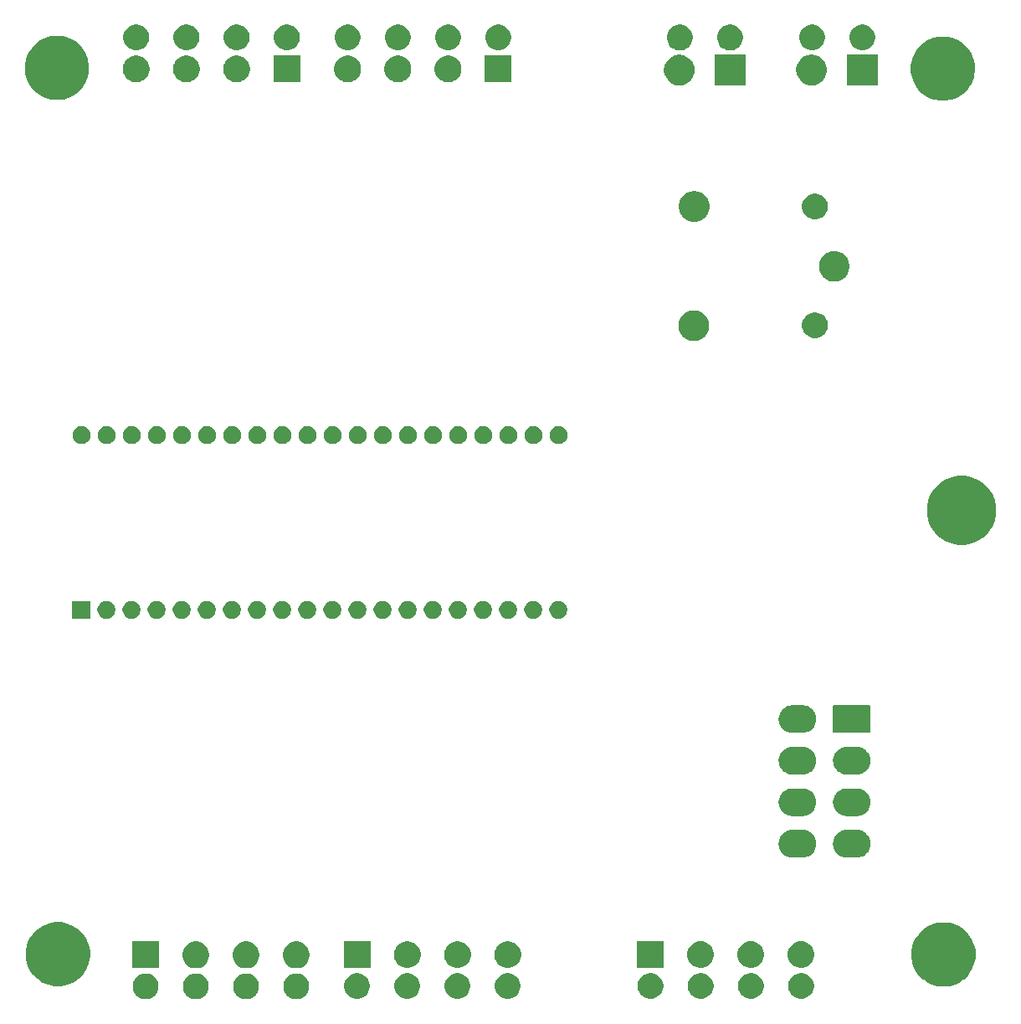
<source format=gbr>
G04 #@! TF.GenerationSoftware,KiCad,Pcbnew,(5.1.5)-3*
G04 #@! TF.CreationDate,2020-09-18T03:17:50-03:00*
G04 #@! TF.ProjectId,Diferencial,44696665-7265-46e6-9369-616c2e6b6963,rev?*
G04 #@! TF.SameCoordinates,Original*
G04 #@! TF.FileFunction,Soldermask,Bot*
G04 #@! TF.FilePolarity,Negative*
%FSLAX46Y46*%
G04 Gerber Fmt 4.6, Leading zero omitted, Abs format (unit mm)*
G04 Created by KiCad (PCBNEW (5.1.5)-3) date 2020-09-18 03:17:50*
%MOMM*%
%LPD*%
G04 APERTURE LIST*
%ADD10C,0.100000*%
G04 APERTURE END LIST*
D10*
G36*
X84643987Y-164953896D02*
G01*
X84880753Y-165051968D01*
X84880755Y-165051969D01*
X85093839Y-165194347D01*
X85275053Y-165375561D01*
X85400461Y-165563247D01*
X85417432Y-165588647D01*
X85515504Y-165825413D01*
X85565500Y-166076761D01*
X85565500Y-166333039D01*
X85515504Y-166584387D01*
X85433213Y-166783055D01*
X85417431Y-166821155D01*
X85275053Y-167034239D01*
X85093839Y-167215453D01*
X84880755Y-167357831D01*
X84880754Y-167357832D01*
X84880753Y-167357832D01*
X84643987Y-167455904D01*
X84392639Y-167505900D01*
X84136361Y-167505900D01*
X83885013Y-167455904D01*
X83648247Y-167357832D01*
X83648246Y-167357832D01*
X83648245Y-167357831D01*
X83435161Y-167215453D01*
X83253947Y-167034239D01*
X83111569Y-166821155D01*
X83095787Y-166783055D01*
X83013496Y-166584387D01*
X82963500Y-166333039D01*
X82963500Y-166076761D01*
X83013496Y-165825413D01*
X83111568Y-165588647D01*
X83128540Y-165563247D01*
X83253947Y-165375561D01*
X83435161Y-165194347D01*
X83648245Y-165051969D01*
X83648247Y-165051968D01*
X83885013Y-164953896D01*
X84136361Y-164903900D01*
X84392639Y-164903900D01*
X84643987Y-164953896D01*
G37*
G36*
X79563987Y-164953896D02*
G01*
X79800753Y-165051968D01*
X79800755Y-165051969D01*
X80013839Y-165194347D01*
X80195053Y-165375561D01*
X80320461Y-165563247D01*
X80337432Y-165588647D01*
X80435504Y-165825413D01*
X80485500Y-166076761D01*
X80485500Y-166333039D01*
X80435504Y-166584387D01*
X80353213Y-166783055D01*
X80337431Y-166821155D01*
X80195053Y-167034239D01*
X80013839Y-167215453D01*
X79800755Y-167357831D01*
X79800754Y-167357832D01*
X79800753Y-167357832D01*
X79563987Y-167455904D01*
X79312639Y-167505900D01*
X79056361Y-167505900D01*
X78805013Y-167455904D01*
X78568247Y-167357832D01*
X78568246Y-167357832D01*
X78568245Y-167357831D01*
X78355161Y-167215453D01*
X78173947Y-167034239D01*
X78031569Y-166821155D01*
X78015787Y-166783055D01*
X77933496Y-166584387D01*
X77883500Y-166333039D01*
X77883500Y-166076761D01*
X77933496Y-165825413D01*
X78031568Y-165588647D01*
X78048540Y-165563247D01*
X78173947Y-165375561D01*
X78355161Y-165194347D01*
X78568245Y-165051969D01*
X78568247Y-165051968D01*
X78805013Y-164953896D01*
X79056361Y-164903900D01*
X79312639Y-164903900D01*
X79563987Y-164953896D01*
G37*
G36*
X94803987Y-164953896D02*
G01*
X95040753Y-165051968D01*
X95040755Y-165051969D01*
X95253839Y-165194347D01*
X95435053Y-165375561D01*
X95560461Y-165563247D01*
X95577432Y-165588647D01*
X95675504Y-165825413D01*
X95725500Y-166076761D01*
X95725500Y-166333039D01*
X95675504Y-166584387D01*
X95593213Y-166783055D01*
X95577431Y-166821155D01*
X95435053Y-167034239D01*
X95253839Y-167215453D01*
X95040755Y-167357831D01*
X95040754Y-167357832D01*
X95040753Y-167357832D01*
X94803987Y-167455904D01*
X94552639Y-167505900D01*
X94296361Y-167505900D01*
X94045013Y-167455904D01*
X93808247Y-167357832D01*
X93808246Y-167357832D01*
X93808245Y-167357831D01*
X93595161Y-167215453D01*
X93413947Y-167034239D01*
X93271569Y-166821155D01*
X93255787Y-166783055D01*
X93173496Y-166584387D01*
X93123500Y-166333039D01*
X93123500Y-166076761D01*
X93173496Y-165825413D01*
X93271568Y-165588647D01*
X93288540Y-165563247D01*
X93413947Y-165375561D01*
X93595161Y-165194347D01*
X93808245Y-165051969D01*
X93808247Y-165051968D01*
X94045013Y-164953896D01*
X94296361Y-164903900D01*
X94552639Y-164903900D01*
X94803987Y-164953896D01*
G37*
G36*
X89723987Y-164953896D02*
G01*
X89960753Y-165051968D01*
X89960755Y-165051969D01*
X90173839Y-165194347D01*
X90355053Y-165375561D01*
X90480461Y-165563247D01*
X90497432Y-165588647D01*
X90595504Y-165825413D01*
X90645500Y-166076761D01*
X90645500Y-166333039D01*
X90595504Y-166584387D01*
X90513213Y-166783055D01*
X90497431Y-166821155D01*
X90355053Y-167034239D01*
X90173839Y-167215453D01*
X89960755Y-167357831D01*
X89960754Y-167357832D01*
X89960753Y-167357832D01*
X89723987Y-167455904D01*
X89472639Y-167505900D01*
X89216361Y-167505900D01*
X88965013Y-167455904D01*
X88728247Y-167357832D01*
X88728246Y-167357832D01*
X88728245Y-167357831D01*
X88515161Y-167215453D01*
X88333947Y-167034239D01*
X88191569Y-166821155D01*
X88175787Y-166783055D01*
X88093496Y-166584387D01*
X88043500Y-166333039D01*
X88043500Y-166076761D01*
X88093496Y-165825413D01*
X88191568Y-165588647D01*
X88208540Y-165563247D01*
X88333947Y-165375561D01*
X88515161Y-165194347D01*
X88728245Y-165051969D01*
X88728247Y-165051968D01*
X88965013Y-164953896D01*
X89216361Y-164903900D01*
X89472639Y-164903900D01*
X89723987Y-164953896D01*
G37*
G36*
X111110787Y-164928496D02*
G01*
X111347553Y-165026568D01*
X111347555Y-165026569D01*
X111417481Y-165073292D01*
X111560639Y-165168947D01*
X111741853Y-165350161D01*
X111884232Y-165563247D01*
X111982304Y-165800013D01*
X112032300Y-166051361D01*
X112032300Y-166307639D01*
X111982304Y-166558987D01*
X111889492Y-166783055D01*
X111884231Y-166795755D01*
X111741853Y-167008839D01*
X111560639Y-167190053D01*
X111347555Y-167332431D01*
X111347554Y-167332432D01*
X111347553Y-167332432D01*
X111110787Y-167430504D01*
X110859439Y-167480500D01*
X110603161Y-167480500D01*
X110351813Y-167430504D01*
X110115047Y-167332432D01*
X110115046Y-167332432D01*
X110115045Y-167332431D01*
X109901961Y-167190053D01*
X109720747Y-167008839D01*
X109578369Y-166795755D01*
X109573108Y-166783055D01*
X109480296Y-166558987D01*
X109430300Y-166307639D01*
X109430300Y-166051361D01*
X109480296Y-165800013D01*
X109578368Y-165563247D01*
X109720747Y-165350161D01*
X109901961Y-165168947D01*
X110045119Y-165073292D01*
X110115045Y-165026569D01*
X110115047Y-165026568D01*
X110351813Y-164928496D01*
X110603161Y-164878500D01*
X110859439Y-164878500D01*
X111110787Y-164928496D01*
G37*
G36*
X116190787Y-164928496D02*
G01*
X116427553Y-165026568D01*
X116427555Y-165026569D01*
X116497481Y-165073292D01*
X116640639Y-165168947D01*
X116821853Y-165350161D01*
X116964232Y-165563247D01*
X117062304Y-165800013D01*
X117112300Y-166051361D01*
X117112300Y-166307639D01*
X117062304Y-166558987D01*
X116969492Y-166783055D01*
X116964231Y-166795755D01*
X116821853Y-167008839D01*
X116640639Y-167190053D01*
X116427555Y-167332431D01*
X116427554Y-167332432D01*
X116427553Y-167332432D01*
X116190787Y-167430504D01*
X115939439Y-167480500D01*
X115683161Y-167480500D01*
X115431813Y-167430504D01*
X115195047Y-167332432D01*
X115195046Y-167332432D01*
X115195045Y-167332431D01*
X114981961Y-167190053D01*
X114800747Y-167008839D01*
X114658369Y-166795755D01*
X114653108Y-166783055D01*
X114560296Y-166558987D01*
X114510300Y-166307639D01*
X114510300Y-166051361D01*
X114560296Y-165800013D01*
X114658368Y-165563247D01*
X114800747Y-165350161D01*
X114981961Y-165168947D01*
X115125119Y-165073292D01*
X115195045Y-165026569D01*
X115195047Y-165026568D01*
X115431813Y-164928496D01*
X115683161Y-164878500D01*
X115939439Y-164878500D01*
X116190787Y-164928496D01*
G37*
G36*
X106030787Y-164928496D02*
G01*
X106267553Y-165026568D01*
X106267555Y-165026569D01*
X106337481Y-165073292D01*
X106480639Y-165168947D01*
X106661853Y-165350161D01*
X106804232Y-165563247D01*
X106902304Y-165800013D01*
X106952300Y-166051361D01*
X106952300Y-166307639D01*
X106902304Y-166558987D01*
X106809492Y-166783055D01*
X106804231Y-166795755D01*
X106661853Y-167008839D01*
X106480639Y-167190053D01*
X106267555Y-167332431D01*
X106267554Y-167332432D01*
X106267553Y-167332432D01*
X106030787Y-167430504D01*
X105779439Y-167480500D01*
X105523161Y-167480500D01*
X105271813Y-167430504D01*
X105035047Y-167332432D01*
X105035046Y-167332432D01*
X105035045Y-167332431D01*
X104821961Y-167190053D01*
X104640747Y-167008839D01*
X104498369Y-166795755D01*
X104493108Y-166783055D01*
X104400296Y-166558987D01*
X104350300Y-166307639D01*
X104350300Y-166051361D01*
X104400296Y-165800013D01*
X104498368Y-165563247D01*
X104640747Y-165350161D01*
X104821961Y-165168947D01*
X104965119Y-165073292D01*
X105035045Y-165026569D01*
X105035047Y-165026568D01*
X105271813Y-164928496D01*
X105523161Y-164878500D01*
X105779439Y-164878500D01*
X106030787Y-164928496D01*
G37*
G36*
X100950787Y-164928496D02*
G01*
X101187553Y-165026568D01*
X101187555Y-165026569D01*
X101257481Y-165073292D01*
X101400639Y-165168947D01*
X101581853Y-165350161D01*
X101724232Y-165563247D01*
X101822304Y-165800013D01*
X101872300Y-166051361D01*
X101872300Y-166307639D01*
X101822304Y-166558987D01*
X101729492Y-166783055D01*
X101724231Y-166795755D01*
X101581853Y-167008839D01*
X101400639Y-167190053D01*
X101187555Y-167332431D01*
X101187554Y-167332432D01*
X101187553Y-167332432D01*
X100950787Y-167430504D01*
X100699439Y-167480500D01*
X100443161Y-167480500D01*
X100191813Y-167430504D01*
X99955047Y-167332432D01*
X99955046Y-167332432D01*
X99955045Y-167332431D01*
X99741961Y-167190053D01*
X99560747Y-167008839D01*
X99418369Y-166795755D01*
X99413108Y-166783055D01*
X99320296Y-166558987D01*
X99270300Y-166307639D01*
X99270300Y-166051361D01*
X99320296Y-165800013D01*
X99418368Y-165563247D01*
X99560747Y-165350161D01*
X99741961Y-165168947D01*
X99885119Y-165073292D01*
X99955045Y-165026569D01*
X99955047Y-165026568D01*
X100191813Y-164928496D01*
X100443161Y-164878500D01*
X100699439Y-164878500D01*
X100950787Y-164928496D01*
G37*
G36*
X130625607Y-164915796D02*
G01*
X130851311Y-165009286D01*
X130862375Y-165013869D01*
X131075459Y-165156247D01*
X131256673Y-165337461D01*
X131386962Y-165532452D01*
X131399052Y-165550547D01*
X131497124Y-165787313D01*
X131547120Y-166038661D01*
X131547120Y-166294939D01*
X131497124Y-166546287D01*
X131399052Y-166783053D01*
X131399051Y-166783055D01*
X131256673Y-166996139D01*
X131075459Y-167177353D01*
X130862375Y-167319731D01*
X130862374Y-167319732D01*
X130862373Y-167319732D01*
X130625607Y-167417804D01*
X130374259Y-167467800D01*
X130117981Y-167467800D01*
X129866633Y-167417804D01*
X129629867Y-167319732D01*
X129629866Y-167319732D01*
X129629865Y-167319731D01*
X129416781Y-167177353D01*
X129235567Y-166996139D01*
X129093189Y-166783055D01*
X129093188Y-166783053D01*
X128995116Y-166546287D01*
X128945120Y-166294939D01*
X128945120Y-166038661D01*
X128995116Y-165787313D01*
X129093188Y-165550547D01*
X129105279Y-165532452D01*
X129235567Y-165337461D01*
X129416781Y-165156247D01*
X129629865Y-165013869D01*
X129640929Y-165009286D01*
X129866633Y-164915796D01*
X130117981Y-164865800D01*
X130374259Y-164865800D01*
X130625607Y-164915796D01*
G37*
G36*
X135705607Y-164915796D02*
G01*
X135931311Y-165009286D01*
X135942375Y-165013869D01*
X136155459Y-165156247D01*
X136336673Y-165337461D01*
X136466962Y-165532452D01*
X136479052Y-165550547D01*
X136577124Y-165787313D01*
X136627120Y-166038661D01*
X136627120Y-166294939D01*
X136577124Y-166546287D01*
X136479052Y-166783053D01*
X136479051Y-166783055D01*
X136336673Y-166996139D01*
X136155459Y-167177353D01*
X135942375Y-167319731D01*
X135942374Y-167319732D01*
X135942373Y-167319732D01*
X135705607Y-167417804D01*
X135454259Y-167467800D01*
X135197981Y-167467800D01*
X134946633Y-167417804D01*
X134709867Y-167319732D01*
X134709866Y-167319732D01*
X134709865Y-167319731D01*
X134496781Y-167177353D01*
X134315567Y-166996139D01*
X134173189Y-166783055D01*
X134173188Y-166783053D01*
X134075116Y-166546287D01*
X134025120Y-166294939D01*
X134025120Y-166038661D01*
X134075116Y-165787313D01*
X134173188Y-165550547D01*
X134185279Y-165532452D01*
X134315567Y-165337461D01*
X134496781Y-165156247D01*
X134709865Y-165013869D01*
X134720929Y-165009286D01*
X134946633Y-164915796D01*
X135197981Y-164865800D01*
X135454259Y-164865800D01*
X135705607Y-164915796D01*
G37*
G36*
X140785607Y-164915796D02*
G01*
X141011311Y-165009286D01*
X141022375Y-165013869D01*
X141235459Y-165156247D01*
X141416673Y-165337461D01*
X141546962Y-165532452D01*
X141559052Y-165550547D01*
X141657124Y-165787313D01*
X141707120Y-166038661D01*
X141707120Y-166294939D01*
X141657124Y-166546287D01*
X141559052Y-166783053D01*
X141559051Y-166783055D01*
X141416673Y-166996139D01*
X141235459Y-167177353D01*
X141022375Y-167319731D01*
X141022374Y-167319732D01*
X141022373Y-167319732D01*
X140785607Y-167417804D01*
X140534259Y-167467800D01*
X140277981Y-167467800D01*
X140026633Y-167417804D01*
X139789867Y-167319732D01*
X139789866Y-167319732D01*
X139789865Y-167319731D01*
X139576781Y-167177353D01*
X139395567Y-166996139D01*
X139253189Y-166783055D01*
X139253188Y-166783053D01*
X139155116Y-166546287D01*
X139105120Y-166294939D01*
X139105120Y-166038661D01*
X139155116Y-165787313D01*
X139253188Y-165550547D01*
X139265279Y-165532452D01*
X139395567Y-165337461D01*
X139576781Y-165156247D01*
X139789865Y-165013869D01*
X139800929Y-165009286D01*
X140026633Y-164915796D01*
X140277981Y-164865800D01*
X140534259Y-164865800D01*
X140785607Y-164915796D01*
G37*
G36*
X145865607Y-164915796D02*
G01*
X146091311Y-165009286D01*
X146102375Y-165013869D01*
X146315459Y-165156247D01*
X146496673Y-165337461D01*
X146626962Y-165532452D01*
X146639052Y-165550547D01*
X146737124Y-165787313D01*
X146787120Y-166038661D01*
X146787120Y-166294939D01*
X146737124Y-166546287D01*
X146639052Y-166783053D01*
X146639051Y-166783055D01*
X146496673Y-166996139D01*
X146315459Y-167177353D01*
X146102375Y-167319731D01*
X146102374Y-167319732D01*
X146102373Y-167319732D01*
X145865607Y-167417804D01*
X145614259Y-167467800D01*
X145357981Y-167467800D01*
X145106633Y-167417804D01*
X144869867Y-167319732D01*
X144869866Y-167319732D01*
X144869865Y-167319731D01*
X144656781Y-167177353D01*
X144475567Y-166996139D01*
X144333189Y-166783055D01*
X144333188Y-166783053D01*
X144235116Y-166546287D01*
X144185120Y-166294939D01*
X144185120Y-166038661D01*
X144235116Y-165787313D01*
X144333188Y-165550547D01*
X144345279Y-165532452D01*
X144475567Y-165337461D01*
X144656781Y-165156247D01*
X144869865Y-165013869D01*
X144880929Y-165009286D01*
X145106633Y-164915796D01*
X145357981Y-164865800D01*
X145614259Y-164865800D01*
X145865607Y-164915796D01*
G37*
G36*
X160533539Y-159812367D02*
G01*
X160847582Y-159874834D01*
X161439226Y-160119901D01*
X161971692Y-160475684D01*
X162424516Y-160928508D01*
X162780299Y-161460974D01*
X163025366Y-162052618D01*
X163048454Y-162168688D01*
X163150300Y-162680703D01*
X163150300Y-163321097D01*
X163088510Y-163631737D01*
X163025366Y-163949182D01*
X162780299Y-164540826D01*
X162529751Y-164915797D01*
X162424517Y-165073291D01*
X161971691Y-165526117D01*
X161916125Y-165563245D01*
X161439226Y-165881899D01*
X160847582Y-166126966D01*
X160533539Y-166189433D01*
X160219497Y-166251900D01*
X159579103Y-166251900D01*
X159265061Y-166189433D01*
X158951018Y-166126966D01*
X158359374Y-165881899D01*
X157882475Y-165563245D01*
X157826909Y-165526117D01*
X157374083Y-165073291D01*
X157268849Y-164915797D01*
X157018301Y-164540826D01*
X156773234Y-163949182D01*
X156710090Y-163631737D01*
X156648300Y-163321097D01*
X156648300Y-162680703D01*
X156750146Y-162168688D01*
X156773234Y-162052618D01*
X157018301Y-161460974D01*
X157374084Y-160928508D01*
X157826908Y-160475684D01*
X158359374Y-160119901D01*
X158951018Y-159874834D01*
X159265061Y-159812367D01*
X159579103Y-159749900D01*
X160219497Y-159749900D01*
X160533539Y-159812367D01*
G37*
G36*
X70940639Y-159771067D02*
G01*
X71254682Y-159833534D01*
X71846326Y-160078601D01*
X72103719Y-160250586D01*
X72378791Y-160434383D01*
X72831617Y-160887209D01*
X72874384Y-160951214D01*
X73187399Y-161419674D01*
X73432466Y-162011318D01*
X73432466Y-162011319D01*
X73557400Y-162639403D01*
X73557400Y-163279797D01*
X73528722Y-163423972D01*
X73432466Y-163907882D01*
X73187399Y-164499526D01*
X72909256Y-164915796D01*
X72835241Y-165026568D01*
X72831616Y-165031992D01*
X72378792Y-165484816D01*
X71846326Y-165840599D01*
X71254682Y-166085666D01*
X70940639Y-166148133D01*
X70626597Y-166210600D01*
X69986203Y-166210600D01*
X69672161Y-166148133D01*
X69358118Y-166085666D01*
X68766474Y-165840599D01*
X68234008Y-165484816D01*
X67781184Y-165031992D01*
X67777560Y-165026568D01*
X67703544Y-164915796D01*
X67425401Y-164499526D01*
X67180334Y-163907882D01*
X67084078Y-163423972D01*
X67055400Y-163279797D01*
X67055400Y-162639403D01*
X67180334Y-162011319D01*
X67180334Y-162011318D01*
X67425401Y-161419674D01*
X67738416Y-160951214D01*
X67781183Y-160887209D01*
X68234009Y-160434383D01*
X68509081Y-160250586D01*
X68766474Y-160078601D01*
X69358118Y-159833534D01*
X69672161Y-159771067D01*
X69986203Y-159708600D01*
X70626597Y-159708600D01*
X70940639Y-159771067D01*
G37*
G36*
X80535500Y-164380900D02*
G01*
X77833500Y-164380900D01*
X77833500Y-161678900D01*
X80535500Y-161678900D01*
X80535500Y-164380900D01*
G37*
G36*
X84658572Y-161730818D02*
G01*
X84843116Y-161807258D01*
X84904439Y-161832659D01*
X85015828Y-161907087D01*
X85087699Y-161955110D01*
X85125712Y-161980510D01*
X85313890Y-162168688D01*
X85436285Y-162351863D01*
X85461742Y-162389963D01*
X85563582Y-162635828D01*
X85615500Y-162896837D01*
X85615500Y-163162963D01*
X85563582Y-163423972D01*
X85461742Y-163669837D01*
X85339349Y-163853011D01*
X85313890Y-163891112D01*
X85125712Y-164079290D01*
X84904439Y-164227141D01*
X84904438Y-164227142D01*
X84904437Y-164227142D01*
X84658572Y-164328982D01*
X84397563Y-164380900D01*
X84131437Y-164380900D01*
X83870428Y-164328982D01*
X83624563Y-164227142D01*
X83624562Y-164227142D01*
X83624561Y-164227141D01*
X83403288Y-164079290D01*
X83215110Y-163891112D01*
X83189652Y-163853011D01*
X83067258Y-163669837D01*
X82965418Y-163423972D01*
X82913500Y-163162963D01*
X82913500Y-162896837D01*
X82965418Y-162635828D01*
X83067258Y-162389963D01*
X83092716Y-162351863D01*
X83215110Y-162168688D01*
X83403288Y-161980510D01*
X83441302Y-161955110D01*
X83513172Y-161907087D01*
X83624561Y-161832659D01*
X83685885Y-161807258D01*
X83870428Y-161730818D01*
X84131437Y-161678900D01*
X84397563Y-161678900D01*
X84658572Y-161730818D01*
G37*
G36*
X89738572Y-161730818D02*
G01*
X89923116Y-161807258D01*
X89984439Y-161832659D01*
X90095828Y-161907087D01*
X90167699Y-161955110D01*
X90205712Y-161980510D01*
X90393890Y-162168688D01*
X90516285Y-162351863D01*
X90541742Y-162389963D01*
X90643582Y-162635828D01*
X90695500Y-162896837D01*
X90695500Y-163162963D01*
X90643582Y-163423972D01*
X90541742Y-163669837D01*
X90419349Y-163853011D01*
X90393890Y-163891112D01*
X90205712Y-164079290D01*
X89984439Y-164227141D01*
X89984438Y-164227142D01*
X89984437Y-164227142D01*
X89738572Y-164328982D01*
X89477563Y-164380900D01*
X89211437Y-164380900D01*
X88950428Y-164328982D01*
X88704563Y-164227142D01*
X88704562Y-164227142D01*
X88704561Y-164227141D01*
X88483288Y-164079290D01*
X88295110Y-163891112D01*
X88269652Y-163853011D01*
X88147258Y-163669837D01*
X88045418Y-163423972D01*
X87993500Y-163162963D01*
X87993500Y-162896837D01*
X88045418Y-162635828D01*
X88147258Y-162389963D01*
X88172716Y-162351863D01*
X88295110Y-162168688D01*
X88483288Y-161980510D01*
X88521302Y-161955110D01*
X88593172Y-161907087D01*
X88704561Y-161832659D01*
X88765885Y-161807258D01*
X88950428Y-161730818D01*
X89211437Y-161678900D01*
X89477563Y-161678900D01*
X89738572Y-161730818D01*
G37*
G36*
X94818572Y-161730818D02*
G01*
X95003116Y-161807258D01*
X95064439Y-161832659D01*
X95175828Y-161907087D01*
X95247699Y-161955110D01*
X95285712Y-161980510D01*
X95473890Y-162168688D01*
X95596285Y-162351863D01*
X95621742Y-162389963D01*
X95723582Y-162635828D01*
X95775500Y-162896837D01*
X95775500Y-163162963D01*
X95723582Y-163423972D01*
X95621742Y-163669837D01*
X95499349Y-163853011D01*
X95473890Y-163891112D01*
X95285712Y-164079290D01*
X95064439Y-164227141D01*
X95064438Y-164227142D01*
X95064437Y-164227142D01*
X94818572Y-164328982D01*
X94557563Y-164380900D01*
X94291437Y-164380900D01*
X94030428Y-164328982D01*
X93784563Y-164227142D01*
X93784562Y-164227142D01*
X93784561Y-164227141D01*
X93563288Y-164079290D01*
X93375110Y-163891112D01*
X93349652Y-163853011D01*
X93227258Y-163669837D01*
X93125418Y-163423972D01*
X93073500Y-163162963D01*
X93073500Y-162896837D01*
X93125418Y-162635828D01*
X93227258Y-162389963D01*
X93252716Y-162351863D01*
X93375110Y-162168688D01*
X93563288Y-161980510D01*
X93601302Y-161955110D01*
X93673172Y-161907087D01*
X93784561Y-161832659D01*
X93845885Y-161807258D01*
X94030428Y-161730818D01*
X94291437Y-161678900D01*
X94557563Y-161678900D01*
X94818572Y-161730818D01*
G37*
G36*
X101922300Y-164355500D02*
G01*
X99220300Y-164355500D01*
X99220300Y-161653500D01*
X101922300Y-161653500D01*
X101922300Y-164355500D01*
G37*
G36*
X106045372Y-161705418D02*
G01*
X106260579Y-161794559D01*
X106291239Y-161807259D01*
X106402628Y-161881687D01*
X106512511Y-161955109D01*
X106700691Y-162143289D01*
X106848542Y-162364563D01*
X106950382Y-162610428D01*
X107002300Y-162871437D01*
X107002300Y-163137563D01*
X106950382Y-163398572D01*
X106848542Y-163644437D01*
X106700691Y-163865711D01*
X106512511Y-164053891D01*
X106474497Y-164079291D01*
X106291239Y-164201741D01*
X106291238Y-164201742D01*
X106291237Y-164201742D01*
X106045372Y-164303582D01*
X105784363Y-164355500D01*
X105518237Y-164355500D01*
X105257228Y-164303582D01*
X105011363Y-164201742D01*
X105011362Y-164201742D01*
X105011361Y-164201741D01*
X104828103Y-164079291D01*
X104790089Y-164053891D01*
X104601909Y-163865711D01*
X104454058Y-163644437D01*
X104352218Y-163398572D01*
X104300300Y-163137563D01*
X104300300Y-162871437D01*
X104352218Y-162610428D01*
X104454058Y-162364563D01*
X104601909Y-162143289D01*
X104790089Y-161955109D01*
X104899972Y-161881687D01*
X105011361Y-161807259D01*
X105042022Y-161794559D01*
X105257228Y-161705418D01*
X105518237Y-161653500D01*
X105784363Y-161653500D01*
X106045372Y-161705418D01*
G37*
G36*
X111125372Y-161705418D02*
G01*
X111340579Y-161794559D01*
X111371239Y-161807259D01*
X111482628Y-161881687D01*
X111592511Y-161955109D01*
X111780691Y-162143289D01*
X111928542Y-162364563D01*
X112030382Y-162610428D01*
X112082300Y-162871437D01*
X112082300Y-163137563D01*
X112030382Y-163398572D01*
X111928542Y-163644437D01*
X111780691Y-163865711D01*
X111592511Y-164053891D01*
X111554497Y-164079291D01*
X111371239Y-164201741D01*
X111371238Y-164201742D01*
X111371237Y-164201742D01*
X111125372Y-164303582D01*
X110864363Y-164355500D01*
X110598237Y-164355500D01*
X110337228Y-164303582D01*
X110091363Y-164201742D01*
X110091362Y-164201742D01*
X110091361Y-164201741D01*
X109908103Y-164079291D01*
X109870089Y-164053891D01*
X109681909Y-163865711D01*
X109534058Y-163644437D01*
X109432218Y-163398572D01*
X109380300Y-163137563D01*
X109380300Y-162871437D01*
X109432218Y-162610428D01*
X109534058Y-162364563D01*
X109681909Y-162143289D01*
X109870089Y-161955109D01*
X109979972Y-161881687D01*
X110091361Y-161807259D01*
X110122022Y-161794559D01*
X110337228Y-161705418D01*
X110598237Y-161653500D01*
X110864363Y-161653500D01*
X111125372Y-161705418D01*
G37*
G36*
X116205372Y-161705418D02*
G01*
X116420579Y-161794559D01*
X116451239Y-161807259D01*
X116562628Y-161881687D01*
X116672511Y-161955109D01*
X116860691Y-162143289D01*
X117008542Y-162364563D01*
X117110382Y-162610428D01*
X117162300Y-162871437D01*
X117162300Y-163137563D01*
X117110382Y-163398572D01*
X117008542Y-163644437D01*
X116860691Y-163865711D01*
X116672511Y-164053891D01*
X116634497Y-164079291D01*
X116451239Y-164201741D01*
X116451238Y-164201742D01*
X116451237Y-164201742D01*
X116205372Y-164303582D01*
X115944363Y-164355500D01*
X115678237Y-164355500D01*
X115417228Y-164303582D01*
X115171363Y-164201742D01*
X115171362Y-164201742D01*
X115171361Y-164201741D01*
X114988103Y-164079291D01*
X114950089Y-164053891D01*
X114761909Y-163865711D01*
X114614058Y-163644437D01*
X114512218Y-163398572D01*
X114460300Y-163137563D01*
X114460300Y-162871437D01*
X114512218Y-162610428D01*
X114614058Y-162364563D01*
X114761909Y-162143289D01*
X114950089Y-161955109D01*
X115059972Y-161881687D01*
X115171361Y-161807259D01*
X115202022Y-161794559D01*
X115417228Y-161705418D01*
X115678237Y-161653500D01*
X115944363Y-161653500D01*
X116205372Y-161705418D01*
G37*
G36*
X135566843Y-161662215D02*
G01*
X135720192Y-161692718D01*
X135966059Y-161794559D01*
X136023078Y-161832658D01*
X136187331Y-161942409D01*
X136375511Y-162130589D01*
X136523362Y-162351863D01*
X136625202Y-162597728D01*
X136677120Y-162858737D01*
X136677120Y-163124863D01*
X136669541Y-163162963D01*
X136625202Y-163385872D01*
X136523361Y-163631739D01*
X136497903Y-163669839D01*
X136375511Y-163853011D01*
X136187331Y-164041191D01*
X136168324Y-164053891D01*
X135966059Y-164189041D01*
X135966058Y-164189042D01*
X135966057Y-164189042D01*
X135720192Y-164290882D01*
X135459183Y-164342800D01*
X135193057Y-164342800D01*
X134932048Y-164290882D01*
X134686183Y-164189042D01*
X134686182Y-164189042D01*
X134686181Y-164189041D01*
X134483916Y-164053891D01*
X134464909Y-164041191D01*
X134276729Y-163853011D01*
X134154337Y-163669839D01*
X134128879Y-163631739D01*
X134027038Y-163385872D01*
X133982699Y-163162963D01*
X133975120Y-163124863D01*
X133975120Y-162858737D01*
X134027038Y-162597728D01*
X134128878Y-162351863D01*
X134276729Y-162130589D01*
X134464909Y-161942409D01*
X134629162Y-161832658D01*
X134686181Y-161794559D01*
X134932048Y-161692718D01*
X135085397Y-161662215D01*
X135193057Y-161640800D01*
X135459183Y-161640800D01*
X135566843Y-161662215D01*
G37*
G36*
X131597120Y-164342800D02*
G01*
X128895120Y-164342800D01*
X128895120Y-161640800D01*
X131597120Y-161640800D01*
X131597120Y-164342800D01*
G37*
G36*
X145726843Y-161662215D02*
G01*
X145880192Y-161692718D01*
X146126059Y-161794559D01*
X146183078Y-161832658D01*
X146347331Y-161942409D01*
X146535511Y-162130589D01*
X146683362Y-162351863D01*
X146785202Y-162597728D01*
X146837120Y-162858737D01*
X146837120Y-163124863D01*
X146829541Y-163162963D01*
X146785202Y-163385872D01*
X146683361Y-163631739D01*
X146657903Y-163669839D01*
X146535511Y-163853011D01*
X146347331Y-164041191D01*
X146328324Y-164053891D01*
X146126059Y-164189041D01*
X146126058Y-164189042D01*
X146126057Y-164189042D01*
X145880192Y-164290882D01*
X145619183Y-164342800D01*
X145353057Y-164342800D01*
X145092048Y-164290882D01*
X144846183Y-164189042D01*
X144846182Y-164189042D01*
X144846181Y-164189041D01*
X144643916Y-164053891D01*
X144624909Y-164041191D01*
X144436729Y-163853011D01*
X144314337Y-163669839D01*
X144288879Y-163631739D01*
X144187038Y-163385872D01*
X144142699Y-163162963D01*
X144135120Y-163124863D01*
X144135120Y-162858737D01*
X144187038Y-162597728D01*
X144288878Y-162351863D01*
X144436729Y-162130589D01*
X144624909Y-161942409D01*
X144789162Y-161832658D01*
X144846181Y-161794559D01*
X145092048Y-161692718D01*
X145245397Y-161662215D01*
X145353057Y-161640800D01*
X145619183Y-161640800D01*
X145726843Y-161662215D01*
G37*
G36*
X140646843Y-161662215D02*
G01*
X140800192Y-161692718D01*
X141046059Y-161794559D01*
X141103078Y-161832658D01*
X141267331Y-161942409D01*
X141455511Y-162130589D01*
X141603362Y-162351863D01*
X141705202Y-162597728D01*
X141757120Y-162858737D01*
X141757120Y-163124863D01*
X141749541Y-163162963D01*
X141705202Y-163385872D01*
X141603361Y-163631739D01*
X141577903Y-163669839D01*
X141455511Y-163853011D01*
X141267331Y-164041191D01*
X141248324Y-164053891D01*
X141046059Y-164189041D01*
X141046058Y-164189042D01*
X141046057Y-164189042D01*
X140800192Y-164290882D01*
X140539183Y-164342800D01*
X140273057Y-164342800D01*
X140012048Y-164290882D01*
X139766183Y-164189042D01*
X139766182Y-164189042D01*
X139766181Y-164189041D01*
X139563916Y-164053891D01*
X139544909Y-164041191D01*
X139356729Y-163853011D01*
X139234337Y-163669839D01*
X139208879Y-163631739D01*
X139107038Y-163385872D01*
X139062699Y-163162963D01*
X139055120Y-163124863D01*
X139055120Y-162858737D01*
X139107038Y-162597728D01*
X139208878Y-162351863D01*
X139356729Y-162130589D01*
X139544909Y-161942409D01*
X139709162Y-161832658D01*
X139766181Y-161794559D01*
X140012048Y-161692718D01*
X140165397Y-161662215D01*
X140273057Y-161640800D01*
X140539183Y-161640800D01*
X140646843Y-161662215D01*
G37*
G36*
X145793731Y-150401136D02*
G01*
X145896644Y-150411272D01*
X146092017Y-150470538D01*
X146160737Y-150491384D01*
X146390202Y-150614036D01*
X146404120Y-150621475D01*
X146459691Y-150667082D01*
X146617450Y-150796550D01*
X146746918Y-150954309D01*
X146792525Y-151009880D01*
X146792526Y-151009882D01*
X146922616Y-151253263D01*
X146922617Y-151253267D01*
X147002728Y-151517356D01*
X147029778Y-151792000D01*
X147002728Y-152066644D01*
X146943462Y-152262017D01*
X146922616Y-152330737D01*
X146799964Y-152560202D01*
X146792525Y-152574120D01*
X146746918Y-152629691D01*
X146617450Y-152787450D01*
X146459691Y-152916918D01*
X146404120Y-152962525D01*
X146404118Y-152962526D01*
X146160737Y-153092616D01*
X146092017Y-153113462D01*
X145896644Y-153172728D01*
X145793731Y-153182864D01*
X145690820Y-153193000D01*
X144553180Y-153193000D01*
X144450269Y-153182864D01*
X144347356Y-153172728D01*
X144151983Y-153113462D01*
X144083263Y-153092616D01*
X143839882Y-152962526D01*
X143839880Y-152962525D01*
X143784309Y-152916918D01*
X143626550Y-152787450D01*
X143497082Y-152629691D01*
X143451475Y-152574120D01*
X143444036Y-152560202D01*
X143321384Y-152330737D01*
X143300538Y-152262017D01*
X143241272Y-152066644D01*
X143214222Y-151792000D01*
X143241272Y-151517356D01*
X143321383Y-151253267D01*
X143321384Y-151253263D01*
X143451474Y-151009882D01*
X143451475Y-151009880D01*
X143497082Y-150954309D01*
X143626550Y-150796550D01*
X143784309Y-150667082D01*
X143839880Y-150621475D01*
X143853798Y-150614036D01*
X144083263Y-150491384D01*
X144151983Y-150470538D01*
X144347356Y-150411272D01*
X144450269Y-150401136D01*
X144553180Y-150391000D01*
X145690820Y-150391000D01*
X145793731Y-150401136D01*
G37*
G36*
X151293731Y-150401136D02*
G01*
X151396644Y-150411272D01*
X151592017Y-150470538D01*
X151660737Y-150491384D01*
X151890202Y-150614036D01*
X151904120Y-150621475D01*
X151959691Y-150667082D01*
X152117450Y-150796550D01*
X152246918Y-150954309D01*
X152292525Y-151009880D01*
X152292526Y-151009882D01*
X152422616Y-151253263D01*
X152422617Y-151253267D01*
X152502728Y-151517356D01*
X152529778Y-151792000D01*
X152502728Y-152066644D01*
X152443462Y-152262017D01*
X152422616Y-152330737D01*
X152299964Y-152560202D01*
X152292525Y-152574120D01*
X152246918Y-152629691D01*
X152117450Y-152787450D01*
X151959691Y-152916918D01*
X151904120Y-152962525D01*
X151904118Y-152962526D01*
X151660737Y-153092616D01*
X151592017Y-153113462D01*
X151396644Y-153172728D01*
X151293731Y-153182864D01*
X151190820Y-153193000D01*
X150053180Y-153193000D01*
X149950269Y-153182864D01*
X149847356Y-153172728D01*
X149651983Y-153113462D01*
X149583263Y-153092616D01*
X149339882Y-152962526D01*
X149339880Y-152962525D01*
X149284309Y-152916918D01*
X149126550Y-152787450D01*
X148997082Y-152629691D01*
X148951475Y-152574120D01*
X148944036Y-152560202D01*
X148821384Y-152330737D01*
X148800538Y-152262017D01*
X148741272Y-152066644D01*
X148714222Y-151792000D01*
X148741272Y-151517356D01*
X148821383Y-151253267D01*
X148821384Y-151253263D01*
X148951474Y-151009882D01*
X148951475Y-151009880D01*
X148997082Y-150954309D01*
X149126550Y-150796550D01*
X149284309Y-150667082D01*
X149339880Y-150621475D01*
X149353798Y-150614036D01*
X149583263Y-150491384D01*
X149651983Y-150470538D01*
X149847356Y-150411272D01*
X149950269Y-150401136D01*
X150053180Y-150391000D01*
X151190820Y-150391000D01*
X151293731Y-150401136D01*
G37*
G36*
X145793731Y-146201136D02*
G01*
X145896644Y-146211272D01*
X146092017Y-146270538D01*
X146160737Y-146291384D01*
X146390202Y-146414036D01*
X146404120Y-146421475D01*
X146459691Y-146467082D01*
X146617450Y-146596550D01*
X146746918Y-146754309D01*
X146792525Y-146809880D01*
X146792526Y-146809882D01*
X146922616Y-147053263D01*
X146922617Y-147053267D01*
X147002728Y-147317356D01*
X147029778Y-147592000D01*
X147002728Y-147866644D01*
X146943462Y-148062017D01*
X146922616Y-148130737D01*
X146799964Y-148360202D01*
X146792525Y-148374120D01*
X146746918Y-148429691D01*
X146617450Y-148587450D01*
X146459691Y-148716918D01*
X146404120Y-148762525D01*
X146404118Y-148762526D01*
X146160737Y-148892616D01*
X146092017Y-148913462D01*
X145896644Y-148972728D01*
X145793731Y-148982864D01*
X145690820Y-148993000D01*
X144553180Y-148993000D01*
X144450269Y-148982864D01*
X144347356Y-148972728D01*
X144151983Y-148913462D01*
X144083263Y-148892616D01*
X143839882Y-148762526D01*
X143839880Y-148762525D01*
X143784309Y-148716918D01*
X143626550Y-148587450D01*
X143497082Y-148429691D01*
X143451475Y-148374120D01*
X143444036Y-148360202D01*
X143321384Y-148130737D01*
X143300538Y-148062017D01*
X143241272Y-147866644D01*
X143214222Y-147592000D01*
X143241272Y-147317356D01*
X143321383Y-147053267D01*
X143321384Y-147053263D01*
X143451474Y-146809882D01*
X143451475Y-146809880D01*
X143497082Y-146754309D01*
X143626550Y-146596550D01*
X143784309Y-146467082D01*
X143839880Y-146421475D01*
X143853798Y-146414036D01*
X144083263Y-146291384D01*
X144151983Y-146270538D01*
X144347356Y-146211272D01*
X144450269Y-146201136D01*
X144553180Y-146191000D01*
X145690820Y-146191000D01*
X145793731Y-146201136D01*
G37*
G36*
X151293731Y-146201136D02*
G01*
X151396644Y-146211272D01*
X151592017Y-146270538D01*
X151660737Y-146291384D01*
X151890202Y-146414036D01*
X151904120Y-146421475D01*
X151959691Y-146467082D01*
X152117450Y-146596550D01*
X152246918Y-146754309D01*
X152292525Y-146809880D01*
X152292526Y-146809882D01*
X152422616Y-147053263D01*
X152422617Y-147053267D01*
X152502728Y-147317356D01*
X152529778Y-147592000D01*
X152502728Y-147866644D01*
X152443462Y-148062017D01*
X152422616Y-148130737D01*
X152299964Y-148360202D01*
X152292525Y-148374120D01*
X152246918Y-148429691D01*
X152117450Y-148587450D01*
X151959691Y-148716918D01*
X151904120Y-148762525D01*
X151904118Y-148762526D01*
X151660737Y-148892616D01*
X151592017Y-148913462D01*
X151396644Y-148972728D01*
X151293731Y-148982864D01*
X151190820Y-148993000D01*
X150053180Y-148993000D01*
X149950269Y-148982864D01*
X149847356Y-148972728D01*
X149651983Y-148913462D01*
X149583263Y-148892616D01*
X149339882Y-148762526D01*
X149339880Y-148762525D01*
X149284309Y-148716918D01*
X149126550Y-148587450D01*
X148997082Y-148429691D01*
X148951475Y-148374120D01*
X148944036Y-148360202D01*
X148821384Y-148130737D01*
X148800538Y-148062017D01*
X148741272Y-147866644D01*
X148714222Y-147592000D01*
X148741272Y-147317356D01*
X148821383Y-147053267D01*
X148821384Y-147053263D01*
X148951474Y-146809882D01*
X148951475Y-146809880D01*
X148997082Y-146754309D01*
X149126550Y-146596550D01*
X149284309Y-146467082D01*
X149339880Y-146421475D01*
X149353798Y-146414036D01*
X149583263Y-146291384D01*
X149651983Y-146270538D01*
X149847356Y-146211272D01*
X149950269Y-146201136D01*
X150053180Y-146191000D01*
X151190820Y-146191000D01*
X151293731Y-146201136D01*
G37*
G36*
X151293731Y-142001136D02*
G01*
X151396644Y-142011272D01*
X151592017Y-142070538D01*
X151660737Y-142091384D01*
X151890202Y-142214036D01*
X151904120Y-142221475D01*
X151959691Y-142267082D01*
X152117450Y-142396550D01*
X152246918Y-142554309D01*
X152292525Y-142609880D01*
X152292526Y-142609882D01*
X152422616Y-142853263D01*
X152422617Y-142853267D01*
X152502728Y-143117356D01*
X152529778Y-143392000D01*
X152502728Y-143666644D01*
X152443462Y-143862017D01*
X152422616Y-143930737D01*
X152299964Y-144160202D01*
X152292525Y-144174120D01*
X152246918Y-144229691D01*
X152117450Y-144387450D01*
X151959691Y-144516918D01*
X151904120Y-144562525D01*
X151904118Y-144562526D01*
X151660737Y-144692616D01*
X151592017Y-144713462D01*
X151396644Y-144772728D01*
X151293731Y-144782864D01*
X151190820Y-144793000D01*
X150053180Y-144793000D01*
X149950269Y-144782864D01*
X149847356Y-144772728D01*
X149651983Y-144713462D01*
X149583263Y-144692616D01*
X149339882Y-144562526D01*
X149339880Y-144562525D01*
X149284309Y-144516918D01*
X149126550Y-144387450D01*
X148997082Y-144229691D01*
X148951475Y-144174120D01*
X148944036Y-144160202D01*
X148821384Y-143930737D01*
X148800538Y-143862017D01*
X148741272Y-143666644D01*
X148714222Y-143392000D01*
X148741272Y-143117356D01*
X148821383Y-142853267D01*
X148821384Y-142853263D01*
X148951474Y-142609882D01*
X148951475Y-142609880D01*
X148997082Y-142554309D01*
X149126550Y-142396550D01*
X149284309Y-142267082D01*
X149339880Y-142221475D01*
X149353798Y-142214036D01*
X149583263Y-142091384D01*
X149651983Y-142070538D01*
X149847356Y-142011272D01*
X149950269Y-142001136D01*
X150053180Y-141991000D01*
X151190820Y-141991000D01*
X151293731Y-142001136D01*
G37*
G36*
X145793731Y-142001136D02*
G01*
X145896644Y-142011272D01*
X146092017Y-142070538D01*
X146160737Y-142091384D01*
X146390202Y-142214036D01*
X146404120Y-142221475D01*
X146459691Y-142267082D01*
X146617450Y-142396550D01*
X146746918Y-142554309D01*
X146792525Y-142609880D01*
X146792526Y-142609882D01*
X146922616Y-142853263D01*
X146922617Y-142853267D01*
X147002728Y-143117356D01*
X147029778Y-143392000D01*
X147002728Y-143666644D01*
X146943462Y-143862017D01*
X146922616Y-143930737D01*
X146799964Y-144160202D01*
X146792525Y-144174120D01*
X146746918Y-144229691D01*
X146617450Y-144387450D01*
X146459691Y-144516918D01*
X146404120Y-144562525D01*
X146404118Y-144562526D01*
X146160737Y-144692616D01*
X146092017Y-144713462D01*
X145896644Y-144772728D01*
X145793731Y-144782864D01*
X145690820Y-144793000D01*
X144553180Y-144793000D01*
X144450269Y-144782864D01*
X144347356Y-144772728D01*
X144151983Y-144713462D01*
X144083263Y-144692616D01*
X143839882Y-144562526D01*
X143839880Y-144562525D01*
X143784309Y-144516918D01*
X143626550Y-144387450D01*
X143497082Y-144229691D01*
X143451475Y-144174120D01*
X143444036Y-144160202D01*
X143321384Y-143930737D01*
X143300538Y-143862017D01*
X143241272Y-143666644D01*
X143214222Y-143392000D01*
X143241272Y-143117356D01*
X143321383Y-142853267D01*
X143321384Y-142853263D01*
X143451474Y-142609882D01*
X143451475Y-142609880D01*
X143497082Y-142554309D01*
X143626550Y-142396550D01*
X143784309Y-142267082D01*
X143839880Y-142221475D01*
X143853798Y-142214036D01*
X144083263Y-142091384D01*
X144151983Y-142070538D01*
X144347356Y-142011272D01*
X144450269Y-142001136D01*
X144553180Y-141991000D01*
X145690820Y-141991000D01*
X145793731Y-142001136D01*
G37*
G36*
X152396031Y-137794621D02*
G01*
X152425486Y-137803556D01*
X152452623Y-137818062D01*
X152476414Y-137837586D01*
X152495938Y-137861377D01*
X152510444Y-137888514D01*
X152519379Y-137917969D01*
X152523000Y-137954734D01*
X152523000Y-140429266D01*
X152519379Y-140466031D01*
X152510444Y-140495486D01*
X152495938Y-140522623D01*
X152476414Y-140546414D01*
X152452623Y-140565938D01*
X152425486Y-140580444D01*
X152396031Y-140589379D01*
X152359266Y-140593000D01*
X148884734Y-140593000D01*
X148847969Y-140589379D01*
X148818514Y-140580444D01*
X148791377Y-140565938D01*
X148767586Y-140546414D01*
X148748062Y-140522623D01*
X148733556Y-140495486D01*
X148724621Y-140466031D01*
X148721000Y-140429266D01*
X148721000Y-137954734D01*
X148724621Y-137917969D01*
X148733556Y-137888514D01*
X148748062Y-137861377D01*
X148767586Y-137837586D01*
X148791377Y-137818062D01*
X148818514Y-137803556D01*
X148847969Y-137794621D01*
X148884734Y-137791000D01*
X152359266Y-137791000D01*
X152396031Y-137794621D01*
G37*
G36*
X145793731Y-137801136D02*
G01*
X145896644Y-137811272D01*
X146092017Y-137870538D01*
X146160737Y-137891384D01*
X146363625Y-137999830D01*
X146404120Y-138021475D01*
X146459691Y-138067082D01*
X146617450Y-138196550D01*
X146746918Y-138354309D01*
X146792525Y-138409880D01*
X146792526Y-138409882D01*
X146922616Y-138653263D01*
X146922617Y-138653267D01*
X147002728Y-138917356D01*
X147029778Y-139192000D01*
X147002728Y-139466644D01*
X146943462Y-139662017D01*
X146922616Y-139730737D01*
X146799964Y-139960202D01*
X146792525Y-139974120D01*
X146746918Y-140029691D01*
X146617450Y-140187450D01*
X146459691Y-140316918D01*
X146404120Y-140362525D01*
X146404118Y-140362526D01*
X146160737Y-140492616D01*
X146092017Y-140513462D01*
X145896644Y-140572728D01*
X145793731Y-140582864D01*
X145690820Y-140593000D01*
X144553180Y-140593000D01*
X144450269Y-140582864D01*
X144347356Y-140572728D01*
X144151983Y-140513462D01*
X144083263Y-140492616D01*
X143839882Y-140362526D01*
X143839880Y-140362525D01*
X143784309Y-140316918D01*
X143626550Y-140187450D01*
X143497082Y-140029691D01*
X143451475Y-139974120D01*
X143444036Y-139960202D01*
X143321384Y-139730737D01*
X143300538Y-139662017D01*
X143241272Y-139466644D01*
X143214222Y-139192000D01*
X143241272Y-138917356D01*
X143321383Y-138653267D01*
X143321384Y-138653263D01*
X143451474Y-138409882D01*
X143451475Y-138409880D01*
X143497082Y-138354309D01*
X143626550Y-138196550D01*
X143784309Y-138067082D01*
X143839880Y-138021475D01*
X143880375Y-137999830D01*
X144083263Y-137891384D01*
X144151983Y-137870538D01*
X144347356Y-137811272D01*
X144450269Y-137801136D01*
X144553180Y-137791000D01*
X145690820Y-137791000D01*
X145793731Y-137801136D01*
G37*
G36*
X98182912Y-127246927D02*
G01*
X98332212Y-127276624D01*
X98496184Y-127344544D01*
X98643754Y-127443147D01*
X98769253Y-127568646D01*
X98867856Y-127716216D01*
X98935776Y-127880188D01*
X98970400Y-128054259D01*
X98970400Y-128231741D01*
X98935776Y-128405812D01*
X98867856Y-128569784D01*
X98769253Y-128717354D01*
X98643754Y-128842853D01*
X98496184Y-128941456D01*
X98332212Y-129009376D01*
X98182912Y-129039073D01*
X98158142Y-129044000D01*
X97980658Y-129044000D01*
X97955888Y-129039073D01*
X97806588Y-129009376D01*
X97642616Y-128941456D01*
X97495046Y-128842853D01*
X97369547Y-128717354D01*
X97270944Y-128569784D01*
X97203024Y-128405812D01*
X97168400Y-128231741D01*
X97168400Y-128054259D01*
X97203024Y-127880188D01*
X97270944Y-127716216D01*
X97369547Y-127568646D01*
X97495046Y-127443147D01*
X97642616Y-127344544D01*
X97806588Y-127276624D01*
X97955888Y-127246927D01*
X97980658Y-127242000D01*
X98158142Y-127242000D01*
X98182912Y-127246927D01*
G37*
G36*
X95642912Y-127246927D02*
G01*
X95792212Y-127276624D01*
X95956184Y-127344544D01*
X96103754Y-127443147D01*
X96229253Y-127568646D01*
X96327856Y-127716216D01*
X96395776Y-127880188D01*
X96430400Y-128054259D01*
X96430400Y-128231741D01*
X96395776Y-128405812D01*
X96327856Y-128569784D01*
X96229253Y-128717354D01*
X96103754Y-128842853D01*
X95956184Y-128941456D01*
X95792212Y-129009376D01*
X95642912Y-129039073D01*
X95618142Y-129044000D01*
X95440658Y-129044000D01*
X95415888Y-129039073D01*
X95266588Y-129009376D01*
X95102616Y-128941456D01*
X94955046Y-128842853D01*
X94829547Y-128717354D01*
X94730944Y-128569784D01*
X94663024Y-128405812D01*
X94628400Y-128231741D01*
X94628400Y-128054259D01*
X94663024Y-127880188D01*
X94730944Y-127716216D01*
X94829547Y-127568646D01*
X94955046Y-127443147D01*
X95102616Y-127344544D01*
X95266588Y-127276624D01*
X95415888Y-127246927D01*
X95440658Y-127242000D01*
X95618142Y-127242000D01*
X95642912Y-127246927D01*
G37*
G36*
X90562912Y-127246927D02*
G01*
X90712212Y-127276624D01*
X90876184Y-127344544D01*
X91023754Y-127443147D01*
X91149253Y-127568646D01*
X91247856Y-127716216D01*
X91315776Y-127880188D01*
X91350400Y-128054259D01*
X91350400Y-128231741D01*
X91315776Y-128405812D01*
X91247856Y-128569784D01*
X91149253Y-128717354D01*
X91023754Y-128842853D01*
X90876184Y-128941456D01*
X90712212Y-129009376D01*
X90562912Y-129039073D01*
X90538142Y-129044000D01*
X90360658Y-129044000D01*
X90335888Y-129039073D01*
X90186588Y-129009376D01*
X90022616Y-128941456D01*
X89875046Y-128842853D01*
X89749547Y-128717354D01*
X89650944Y-128569784D01*
X89583024Y-128405812D01*
X89548400Y-128231741D01*
X89548400Y-128054259D01*
X89583024Y-127880188D01*
X89650944Y-127716216D01*
X89749547Y-127568646D01*
X89875046Y-127443147D01*
X90022616Y-127344544D01*
X90186588Y-127276624D01*
X90335888Y-127246927D01*
X90360658Y-127242000D01*
X90538142Y-127242000D01*
X90562912Y-127246927D01*
G37*
G36*
X73570400Y-129044000D02*
G01*
X71768400Y-129044000D01*
X71768400Y-127242000D01*
X73570400Y-127242000D01*
X73570400Y-129044000D01*
G37*
G36*
X75322912Y-127246927D02*
G01*
X75472212Y-127276624D01*
X75636184Y-127344544D01*
X75783754Y-127443147D01*
X75909253Y-127568646D01*
X76007856Y-127716216D01*
X76075776Y-127880188D01*
X76110400Y-128054259D01*
X76110400Y-128231741D01*
X76075776Y-128405812D01*
X76007856Y-128569784D01*
X75909253Y-128717354D01*
X75783754Y-128842853D01*
X75636184Y-128941456D01*
X75472212Y-129009376D01*
X75322912Y-129039073D01*
X75298142Y-129044000D01*
X75120658Y-129044000D01*
X75095888Y-129039073D01*
X74946588Y-129009376D01*
X74782616Y-128941456D01*
X74635046Y-128842853D01*
X74509547Y-128717354D01*
X74410944Y-128569784D01*
X74343024Y-128405812D01*
X74308400Y-128231741D01*
X74308400Y-128054259D01*
X74343024Y-127880188D01*
X74410944Y-127716216D01*
X74509547Y-127568646D01*
X74635046Y-127443147D01*
X74782616Y-127344544D01*
X74946588Y-127276624D01*
X75095888Y-127246927D01*
X75120658Y-127242000D01*
X75298142Y-127242000D01*
X75322912Y-127246927D01*
G37*
G36*
X77862912Y-127246927D02*
G01*
X78012212Y-127276624D01*
X78176184Y-127344544D01*
X78323754Y-127443147D01*
X78449253Y-127568646D01*
X78547856Y-127716216D01*
X78615776Y-127880188D01*
X78650400Y-128054259D01*
X78650400Y-128231741D01*
X78615776Y-128405812D01*
X78547856Y-128569784D01*
X78449253Y-128717354D01*
X78323754Y-128842853D01*
X78176184Y-128941456D01*
X78012212Y-129009376D01*
X77862912Y-129039073D01*
X77838142Y-129044000D01*
X77660658Y-129044000D01*
X77635888Y-129039073D01*
X77486588Y-129009376D01*
X77322616Y-128941456D01*
X77175046Y-128842853D01*
X77049547Y-128717354D01*
X76950944Y-128569784D01*
X76883024Y-128405812D01*
X76848400Y-128231741D01*
X76848400Y-128054259D01*
X76883024Y-127880188D01*
X76950944Y-127716216D01*
X77049547Y-127568646D01*
X77175046Y-127443147D01*
X77322616Y-127344544D01*
X77486588Y-127276624D01*
X77635888Y-127246927D01*
X77660658Y-127242000D01*
X77838142Y-127242000D01*
X77862912Y-127246927D01*
G37*
G36*
X80402912Y-127246927D02*
G01*
X80552212Y-127276624D01*
X80716184Y-127344544D01*
X80863754Y-127443147D01*
X80989253Y-127568646D01*
X81087856Y-127716216D01*
X81155776Y-127880188D01*
X81190400Y-128054259D01*
X81190400Y-128231741D01*
X81155776Y-128405812D01*
X81087856Y-128569784D01*
X80989253Y-128717354D01*
X80863754Y-128842853D01*
X80716184Y-128941456D01*
X80552212Y-129009376D01*
X80402912Y-129039073D01*
X80378142Y-129044000D01*
X80200658Y-129044000D01*
X80175888Y-129039073D01*
X80026588Y-129009376D01*
X79862616Y-128941456D01*
X79715046Y-128842853D01*
X79589547Y-128717354D01*
X79490944Y-128569784D01*
X79423024Y-128405812D01*
X79388400Y-128231741D01*
X79388400Y-128054259D01*
X79423024Y-127880188D01*
X79490944Y-127716216D01*
X79589547Y-127568646D01*
X79715046Y-127443147D01*
X79862616Y-127344544D01*
X80026588Y-127276624D01*
X80175888Y-127246927D01*
X80200658Y-127242000D01*
X80378142Y-127242000D01*
X80402912Y-127246927D01*
G37*
G36*
X93102912Y-127246927D02*
G01*
X93252212Y-127276624D01*
X93416184Y-127344544D01*
X93563754Y-127443147D01*
X93689253Y-127568646D01*
X93787856Y-127716216D01*
X93855776Y-127880188D01*
X93890400Y-128054259D01*
X93890400Y-128231741D01*
X93855776Y-128405812D01*
X93787856Y-128569784D01*
X93689253Y-128717354D01*
X93563754Y-128842853D01*
X93416184Y-128941456D01*
X93252212Y-129009376D01*
X93102912Y-129039073D01*
X93078142Y-129044000D01*
X92900658Y-129044000D01*
X92875888Y-129039073D01*
X92726588Y-129009376D01*
X92562616Y-128941456D01*
X92415046Y-128842853D01*
X92289547Y-128717354D01*
X92190944Y-128569784D01*
X92123024Y-128405812D01*
X92088400Y-128231741D01*
X92088400Y-128054259D01*
X92123024Y-127880188D01*
X92190944Y-127716216D01*
X92289547Y-127568646D01*
X92415046Y-127443147D01*
X92562616Y-127344544D01*
X92726588Y-127276624D01*
X92875888Y-127246927D01*
X92900658Y-127242000D01*
X93078142Y-127242000D01*
X93102912Y-127246927D01*
G37*
G36*
X85482912Y-127246927D02*
G01*
X85632212Y-127276624D01*
X85796184Y-127344544D01*
X85943754Y-127443147D01*
X86069253Y-127568646D01*
X86167856Y-127716216D01*
X86235776Y-127880188D01*
X86270400Y-128054259D01*
X86270400Y-128231741D01*
X86235776Y-128405812D01*
X86167856Y-128569784D01*
X86069253Y-128717354D01*
X85943754Y-128842853D01*
X85796184Y-128941456D01*
X85632212Y-129009376D01*
X85482912Y-129039073D01*
X85458142Y-129044000D01*
X85280658Y-129044000D01*
X85255888Y-129039073D01*
X85106588Y-129009376D01*
X84942616Y-128941456D01*
X84795046Y-128842853D01*
X84669547Y-128717354D01*
X84570944Y-128569784D01*
X84503024Y-128405812D01*
X84468400Y-128231741D01*
X84468400Y-128054259D01*
X84503024Y-127880188D01*
X84570944Y-127716216D01*
X84669547Y-127568646D01*
X84795046Y-127443147D01*
X84942616Y-127344544D01*
X85106588Y-127276624D01*
X85255888Y-127246927D01*
X85280658Y-127242000D01*
X85458142Y-127242000D01*
X85482912Y-127246927D01*
G37*
G36*
X88022912Y-127246927D02*
G01*
X88172212Y-127276624D01*
X88336184Y-127344544D01*
X88483754Y-127443147D01*
X88609253Y-127568646D01*
X88707856Y-127716216D01*
X88775776Y-127880188D01*
X88810400Y-128054259D01*
X88810400Y-128231741D01*
X88775776Y-128405812D01*
X88707856Y-128569784D01*
X88609253Y-128717354D01*
X88483754Y-128842853D01*
X88336184Y-128941456D01*
X88172212Y-129009376D01*
X88022912Y-129039073D01*
X87998142Y-129044000D01*
X87820658Y-129044000D01*
X87795888Y-129039073D01*
X87646588Y-129009376D01*
X87482616Y-128941456D01*
X87335046Y-128842853D01*
X87209547Y-128717354D01*
X87110944Y-128569784D01*
X87043024Y-128405812D01*
X87008400Y-128231741D01*
X87008400Y-128054259D01*
X87043024Y-127880188D01*
X87110944Y-127716216D01*
X87209547Y-127568646D01*
X87335046Y-127443147D01*
X87482616Y-127344544D01*
X87646588Y-127276624D01*
X87795888Y-127246927D01*
X87820658Y-127242000D01*
X87998142Y-127242000D01*
X88022912Y-127246927D01*
G37*
G36*
X103262912Y-127246927D02*
G01*
X103412212Y-127276624D01*
X103576184Y-127344544D01*
X103723754Y-127443147D01*
X103849253Y-127568646D01*
X103947856Y-127716216D01*
X104015776Y-127880188D01*
X104050400Y-128054259D01*
X104050400Y-128231741D01*
X104015776Y-128405812D01*
X103947856Y-128569784D01*
X103849253Y-128717354D01*
X103723754Y-128842853D01*
X103576184Y-128941456D01*
X103412212Y-129009376D01*
X103262912Y-129039073D01*
X103238142Y-129044000D01*
X103060658Y-129044000D01*
X103035888Y-129039073D01*
X102886588Y-129009376D01*
X102722616Y-128941456D01*
X102575046Y-128842853D01*
X102449547Y-128717354D01*
X102350944Y-128569784D01*
X102283024Y-128405812D01*
X102248400Y-128231741D01*
X102248400Y-128054259D01*
X102283024Y-127880188D01*
X102350944Y-127716216D01*
X102449547Y-127568646D01*
X102575046Y-127443147D01*
X102722616Y-127344544D01*
X102886588Y-127276624D01*
X103035888Y-127246927D01*
X103060658Y-127242000D01*
X103238142Y-127242000D01*
X103262912Y-127246927D01*
G37*
G36*
X100722912Y-127246927D02*
G01*
X100872212Y-127276624D01*
X101036184Y-127344544D01*
X101183754Y-127443147D01*
X101309253Y-127568646D01*
X101407856Y-127716216D01*
X101475776Y-127880188D01*
X101510400Y-128054259D01*
X101510400Y-128231741D01*
X101475776Y-128405812D01*
X101407856Y-128569784D01*
X101309253Y-128717354D01*
X101183754Y-128842853D01*
X101036184Y-128941456D01*
X100872212Y-129009376D01*
X100722912Y-129039073D01*
X100698142Y-129044000D01*
X100520658Y-129044000D01*
X100495888Y-129039073D01*
X100346588Y-129009376D01*
X100182616Y-128941456D01*
X100035046Y-128842853D01*
X99909547Y-128717354D01*
X99810944Y-128569784D01*
X99743024Y-128405812D01*
X99708400Y-128231741D01*
X99708400Y-128054259D01*
X99743024Y-127880188D01*
X99810944Y-127716216D01*
X99909547Y-127568646D01*
X100035046Y-127443147D01*
X100182616Y-127344544D01*
X100346588Y-127276624D01*
X100495888Y-127246927D01*
X100520658Y-127242000D01*
X100698142Y-127242000D01*
X100722912Y-127246927D01*
G37*
G36*
X82942912Y-127246927D02*
G01*
X83092212Y-127276624D01*
X83256184Y-127344544D01*
X83403754Y-127443147D01*
X83529253Y-127568646D01*
X83627856Y-127716216D01*
X83695776Y-127880188D01*
X83730400Y-128054259D01*
X83730400Y-128231741D01*
X83695776Y-128405812D01*
X83627856Y-128569784D01*
X83529253Y-128717354D01*
X83403754Y-128842853D01*
X83256184Y-128941456D01*
X83092212Y-129009376D01*
X82942912Y-129039073D01*
X82918142Y-129044000D01*
X82740658Y-129044000D01*
X82715888Y-129039073D01*
X82566588Y-129009376D01*
X82402616Y-128941456D01*
X82255046Y-128842853D01*
X82129547Y-128717354D01*
X82030944Y-128569784D01*
X81963024Y-128405812D01*
X81928400Y-128231741D01*
X81928400Y-128054259D01*
X81963024Y-127880188D01*
X82030944Y-127716216D01*
X82129547Y-127568646D01*
X82255046Y-127443147D01*
X82402616Y-127344544D01*
X82566588Y-127276624D01*
X82715888Y-127246927D01*
X82740658Y-127242000D01*
X82918142Y-127242000D01*
X82942912Y-127246927D01*
G37*
G36*
X118502912Y-127246927D02*
G01*
X118652212Y-127276624D01*
X118816184Y-127344544D01*
X118963754Y-127443147D01*
X119089253Y-127568646D01*
X119187856Y-127716216D01*
X119255776Y-127880188D01*
X119290400Y-128054259D01*
X119290400Y-128231741D01*
X119255776Y-128405812D01*
X119187856Y-128569784D01*
X119089253Y-128717354D01*
X118963754Y-128842853D01*
X118816184Y-128941456D01*
X118652212Y-129009376D01*
X118502912Y-129039073D01*
X118478142Y-129044000D01*
X118300658Y-129044000D01*
X118275888Y-129039073D01*
X118126588Y-129009376D01*
X117962616Y-128941456D01*
X117815046Y-128842853D01*
X117689547Y-128717354D01*
X117590944Y-128569784D01*
X117523024Y-128405812D01*
X117488400Y-128231741D01*
X117488400Y-128054259D01*
X117523024Y-127880188D01*
X117590944Y-127716216D01*
X117689547Y-127568646D01*
X117815046Y-127443147D01*
X117962616Y-127344544D01*
X118126588Y-127276624D01*
X118275888Y-127246927D01*
X118300658Y-127242000D01*
X118478142Y-127242000D01*
X118502912Y-127246927D01*
G37*
G36*
X121042912Y-127246927D02*
G01*
X121192212Y-127276624D01*
X121356184Y-127344544D01*
X121503754Y-127443147D01*
X121629253Y-127568646D01*
X121727856Y-127716216D01*
X121795776Y-127880188D01*
X121830400Y-128054259D01*
X121830400Y-128231741D01*
X121795776Y-128405812D01*
X121727856Y-128569784D01*
X121629253Y-128717354D01*
X121503754Y-128842853D01*
X121356184Y-128941456D01*
X121192212Y-129009376D01*
X121042912Y-129039073D01*
X121018142Y-129044000D01*
X120840658Y-129044000D01*
X120815888Y-129039073D01*
X120666588Y-129009376D01*
X120502616Y-128941456D01*
X120355046Y-128842853D01*
X120229547Y-128717354D01*
X120130944Y-128569784D01*
X120063024Y-128405812D01*
X120028400Y-128231741D01*
X120028400Y-128054259D01*
X120063024Y-127880188D01*
X120130944Y-127716216D01*
X120229547Y-127568646D01*
X120355046Y-127443147D01*
X120502616Y-127344544D01*
X120666588Y-127276624D01*
X120815888Y-127246927D01*
X120840658Y-127242000D01*
X121018142Y-127242000D01*
X121042912Y-127246927D01*
G37*
G36*
X115962912Y-127246927D02*
G01*
X116112212Y-127276624D01*
X116276184Y-127344544D01*
X116423754Y-127443147D01*
X116549253Y-127568646D01*
X116647856Y-127716216D01*
X116715776Y-127880188D01*
X116750400Y-128054259D01*
X116750400Y-128231741D01*
X116715776Y-128405812D01*
X116647856Y-128569784D01*
X116549253Y-128717354D01*
X116423754Y-128842853D01*
X116276184Y-128941456D01*
X116112212Y-129009376D01*
X115962912Y-129039073D01*
X115938142Y-129044000D01*
X115760658Y-129044000D01*
X115735888Y-129039073D01*
X115586588Y-129009376D01*
X115422616Y-128941456D01*
X115275046Y-128842853D01*
X115149547Y-128717354D01*
X115050944Y-128569784D01*
X114983024Y-128405812D01*
X114948400Y-128231741D01*
X114948400Y-128054259D01*
X114983024Y-127880188D01*
X115050944Y-127716216D01*
X115149547Y-127568646D01*
X115275046Y-127443147D01*
X115422616Y-127344544D01*
X115586588Y-127276624D01*
X115735888Y-127246927D01*
X115760658Y-127242000D01*
X115938142Y-127242000D01*
X115962912Y-127246927D01*
G37*
G36*
X110882912Y-127246927D02*
G01*
X111032212Y-127276624D01*
X111196184Y-127344544D01*
X111343754Y-127443147D01*
X111469253Y-127568646D01*
X111567856Y-127716216D01*
X111635776Y-127880188D01*
X111670400Y-128054259D01*
X111670400Y-128231741D01*
X111635776Y-128405812D01*
X111567856Y-128569784D01*
X111469253Y-128717354D01*
X111343754Y-128842853D01*
X111196184Y-128941456D01*
X111032212Y-129009376D01*
X110882912Y-129039073D01*
X110858142Y-129044000D01*
X110680658Y-129044000D01*
X110655888Y-129039073D01*
X110506588Y-129009376D01*
X110342616Y-128941456D01*
X110195046Y-128842853D01*
X110069547Y-128717354D01*
X109970944Y-128569784D01*
X109903024Y-128405812D01*
X109868400Y-128231741D01*
X109868400Y-128054259D01*
X109903024Y-127880188D01*
X109970944Y-127716216D01*
X110069547Y-127568646D01*
X110195046Y-127443147D01*
X110342616Y-127344544D01*
X110506588Y-127276624D01*
X110655888Y-127246927D01*
X110680658Y-127242000D01*
X110858142Y-127242000D01*
X110882912Y-127246927D01*
G37*
G36*
X108342912Y-127246927D02*
G01*
X108492212Y-127276624D01*
X108656184Y-127344544D01*
X108803754Y-127443147D01*
X108929253Y-127568646D01*
X109027856Y-127716216D01*
X109095776Y-127880188D01*
X109130400Y-128054259D01*
X109130400Y-128231741D01*
X109095776Y-128405812D01*
X109027856Y-128569784D01*
X108929253Y-128717354D01*
X108803754Y-128842853D01*
X108656184Y-128941456D01*
X108492212Y-129009376D01*
X108342912Y-129039073D01*
X108318142Y-129044000D01*
X108140658Y-129044000D01*
X108115888Y-129039073D01*
X107966588Y-129009376D01*
X107802616Y-128941456D01*
X107655046Y-128842853D01*
X107529547Y-128717354D01*
X107430944Y-128569784D01*
X107363024Y-128405812D01*
X107328400Y-128231741D01*
X107328400Y-128054259D01*
X107363024Y-127880188D01*
X107430944Y-127716216D01*
X107529547Y-127568646D01*
X107655046Y-127443147D01*
X107802616Y-127344544D01*
X107966588Y-127276624D01*
X108115888Y-127246927D01*
X108140658Y-127242000D01*
X108318142Y-127242000D01*
X108342912Y-127246927D01*
G37*
G36*
X105802912Y-127246927D02*
G01*
X105952212Y-127276624D01*
X106116184Y-127344544D01*
X106263754Y-127443147D01*
X106389253Y-127568646D01*
X106487856Y-127716216D01*
X106555776Y-127880188D01*
X106590400Y-128054259D01*
X106590400Y-128231741D01*
X106555776Y-128405812D01*
X106487856Y-128569784D01*
X106389253Y-128717354D01*
X106263754Y-128842853D01*
X106116184Y-128941456D01*
X105952212Y-129009376D01*
X105802912Y-129039073D01*
X105778142Y-129044000D01*
X105600658Y-129044000D01*
X105575888Y-129039073D01*
X105426588Y-129009376D01*
X105262616Y-128941456D01*
X105115046Y-128842853D01*
X104989547Y-128717354D01*
X104890944Y-128569784D01*
X104823024Y-128405812D01*
X104788400Y-128231741D01*
X104788400Y-128054259D01*
X104823024Y-127880188D01*
X104890944Y-127716216D01*
X104989547Y-127568646D01*
X105115046Y-127443147D01*
X105262616Y-127344544D01*
X105426588Y-127276624D01*
X105575888Y-127246927D01*
X105600658Y-127242000D01*
X105778142Y-127242000D01*
X105802912Y-127246927D01*
G37*
G36*
X113422912Y-127246927D02*
G01*
X113572212Y-127276624D01*
X113736184Y-127344544D01*
X113883754Y-127443147D01*
X114009253Y-127568646D01*
X114107856Y-127716216D01*
X114175776Y-127880188D01*
X114210400Y-128054259D01*
X114210400Y-128231741D01*
X114175776Y-128405812D01*
X114107856Y-128569784D01*
X114009253Y-128717354D01*
X113883754Y-128842853D01*
X113736184Y-128941456D01*
X113572212Y-129009376D01*
X113422912Y-129039073D01*
X113398142Y-129044000D01*
X113220658Y-129044000D01*
X113195888Y-129039073D01*
X113046588Y-129009376D01*
X112882616Y-128941456D01*
X112735046Y-128842853D01*
X112609547Y-128717354D01*
X112510944Y-128569784D01*
X112443024Y-128405812D01*
X112408400Y-128231741D01*
X112408400Y-128054259D01*
X112443024Y-127880188D01*
X112510944Y-127716216D01*
X112609547Y-127568646D01*
X112735046Y-127443147D01*
X112882616Y-127344544D01*
X113046588Y-127276624D01*
X113195888Y-127246927D01*
X113220658Y-127242000D01*
X113398142Y-127242000D01*
X113422912Y-127246927D01*
G37*
G36*
X162404616Y-114646771D02*
G01*
X162742712Y-114714023D01*
X163379672Y-114977860D01*
X163952920Y-115360892D01*
X164440428Y-115848400D01*
X164823460Y-116421648D01*
X165087297Y-117058608D01*
X165221800Y-117734800D01*
X165221800Y-118424240D01*
X165087297Y-119100432D01*
X164823460Y-119737392D01*
X164440428Y-120310640D01*
X163952920Y-120798148D01*
X163379672Y-121181180D01*
X162742712Y-121445017D01*
X162404616Y-121512268D01*
X162066521Y-121579520D01*
X161377079Y-121579520D01*
X161038984Y-121512268D01*
X160700888Y-121445017D01*
X160063928Y-121181180D01*
X159490680Y-120798148D01*
X159003172Y-120310640D01*
X158620140Y-119737392D01*
X158356303Y-119100432D01*
X158221800Y-118424240D01*
X158221800Y-117734800D01*
X158356303Y-117058608D01*
X158620140Y-116421648D01*
X159003172Y-115848400D01*
X159490680Y-115360892D01*
X160063928Y-114977860D01*
X160700888Y-114714023D01*
X161038984Y-114646771D01*
X161377079Y-114579520D01*
X162066521Y-114579520D01*
X162404616Y-114646771D01*
G37*
G36*
X90588312Y-109568527D02*
G01*
X90737612Y-109598224D01*
X90901584Y-109666144D01*
X91049154Y-109764747D01*
X91174653Y-109890246D01*
X91273256Y-110037816D01*
X91341176Y-110201788D01*
X91375800Y-110375859D01*
X91375800Y-110553341D01*
X91341176Y-110727412D01*
X91273256Y-110891384D01*
X91174653Y-111038954D01*
X91049154Y-111164453D01*
X90901584Y-111263056D01*
X90737612Y-111330976D01*
X90588312Y-111360673D01*
X90563542Y-111365600D01*
X90386058Y-111365600D01*
X90361288Y-111360673D01*
X90211988Y-111330976D01*
X90048016Y-111263056D01*
X89900446Y-111164453D01*
X89774947Y-111038954D01*
X89676344Y-110891384D01*
X89608424Y-110727412D01*
X89573800Y-110553341D01*
X89573800Y-110375859D01*
X89608424Y-110201788D01*
X89676344Y-110037816D01*
X89774947Y-109890246D01*
X89900446Y-109764747D01*
X90048016Y-109666144D01*
X90211988Y-109598224D01*
X90361288Y-109568527D01*
X90386058Y-109563600D01*
X90563542Y-109563600D01*
X90588312Y-109568527D01*
G37*
G36*
X72808312Y-109568527D02*
G01*
X72957612Y-109598224D01*
X73121584Y-109666144D01*
X73269154Y-109764747D01*
X73394653Y-109890246D01*
X73493256Y-110037816D01*
X73561176Y-110201788D01*
X73595800Y-110375859D01*
X73595800Y-110553341D01*
X73561176Y-110727412D01*
X73493256Y-110891384D01*
X73394653Y-111038954D01*
X73269154Y-111164453D01*
X73121584Y-111263056D01*
X72957612Y-111330976D01*
X72808312Y-111360673D01*
X72783542Y-111365600D01*
X72606058Y-111365600D01*
X72581288Y-111360673D01*
X72431988Y-111330976D01*
X72268016Y-111263056D01*
X72120446Y-111164453D01*
X71994947Y-111038954D01*
X71896344Y-110891384D01*
X71828424Y-110727412D01*
X71793800Y-110553341D01*
X71793800Y-110375859D01*
X71828424Y-110201788D01*
X71896344Y-110037816D01*
X71994947Y-109890246D01*
X72120446Y-109764747D01*
X72268016Y-109666144D01*
X72431988Y-109598224D01*
X72581288Y-109568527D01*
X72606058Y-109563600D01*
X72783542Y-109563600D01*
X72808312Y-109568527D01*
G37*
G36*
X100748312Y-109568527D02*
G01*
X100897612Y-109598224D01*
X101061584Y-109666144D01*
X101209154Y-109764747D01*
X101334653Y-109890246D01*
X101433256Y-110037816D01*
X101501176Y-110201788D01*
X101535800Y-110375859D01*
X101535800Y-110553341D01*
X101501176Y-110727412D01*
X101433256Y-110891384D01*
X101334653Y-111038954D01*
X101209154Y-111164453D01*
X101061584Y-111263056D01*
X100897612Y-111330976D01*
X100748312Y-111360673D01*
X100723542Y-111365600D01*
X100546058Y-111365600D01*
X100521288Y-111360673D01*
X100371988Y-111330976D01*
X100208016Y-111263056D01*
X100060446Y-111164453D01*
X99934947Y-111038954D01*
X99836344Y-110891384D01*
X99768424Y-110727412D01*
X99733800Y-110553341D01*
X99733800Y-110375859D01*
X99768424Y-110201788D01*
X99836344Y-110037816D01*
X99934947Y-109890246D01*
X100060446Y-109764747D01*
X100208016Y-109666144D01*
X100371988Y-109598224D01*
X100521288Y-109568527D01*
X100546058Y-109563600D01*
X100723542Y-109563600D01*
X100748312Y-109568527D01*
G37*
G36*
X105828312Y-109568527D02*
G01*
X105977612Y-109598224D01*
X106141584Y-109666144D01*
X106289154Y-109764747D01*
X106414653Y-109890246D01*
X106513256Y-110037816D01*
X106581176Y-110201788D01*
X106615800Y-110375859D01*
X106615800Y-110553341D01*
X106581176Y-110727412D01*
X106513256Y-110891384D01*
X106414653Y-111038954D01*
X106289154Y-111164453D01*
X106141584Y-111263056D01*
X105977612Y-111330976D01*
X105828312Y-111360673D01*
X105803542Y-111365600D01*
X105626058Y-111365600D01*
X105601288Y-111360673D01*
X105451988Y-111330976D01*
X105288016Y-111263056D01*
X105140446Y-111164453D01*
X105014947Y-111038954D01*
X104916344Y-110891384D01*
X104848424Y-110727412D01*
X104813800Y-110553341D01*
X104813800Y-110375859D01*
X104848424Y-110201788D01*
X104916344Y-110037816D01*
X105014947Y-109890246D01*
X105140446Y-109764747D01*
X105288016Y-109666144D01*
X105451988Y-109598224D01*
X105601288Y-109568527D01*
X105626058Y-109563600D01*
X105803542Y-109563600D01*
X105828312Y-109568527D01*
G37*
G36*
X115988312Y-109568527D02*
G01*
X116137612Y-109598224D01*
X116301584Y-109666144D01*
X116449154Y-109764747D01*
X116574653Y-109890246D01*
X116673256Y-110037816D01*
X116741176Y-110201788D01*
X116775800Y-110375859D01*
X116775800Y-110553341D01*
X116741176Y-110727412D01*
X116673256Y-110891384D01*
X116574653Y-111038954D01*
X116449154Y-111164453D01*
X116301584Y-111263056D01*
X116137612Y-111330976D01*
X115988312Y-111360673D01*
X115963542Y-111365600D01*
X115786058Y-111365600D01*
X115761288Y-111360673D01*
X115611988Y-111330976D01*
X115448016Y-111263056D01*
X115300446Y-111164453D01*
X115174947Y-111038954D01*
X115076344Y-110891384D01*
X115008424Y-110727412D01*
X114973800Y-110553341D01*
X114973800Y-110375859D01*
X115008424Y-110201788D01*
X115076344Y-110037816D01*
X115174947Y-109890246D01*
X115300446Y-109764747D01*
X115448016Y-109666144D01*
X115611988Y-109598224D01*
X115761288Y-109568527D01*
X115786058Y-109563600D01*
X115963542Y-109563600D01*
X115988312Y-109568527D01*
G37*
G36*
X121068312Y-109568527D02*
G01*
X121217612Y-109598224D01*
X121381584Y-109666144D01*
X121529154Y-109764747D01*
X121654653Y-109890246D01*
X121753256Y-110037816D01*
X121821176Y-110201788D01*
X121855800Y-110375859D01*
X121855800Y-110553341D01*
X121821176Y-110727412D01*
X121753256Y-110891384D01*
X121654653Y-111038954D01*
X121529154Y-111164453D01*
X121381584Y-111263056D01*
X121217612Y-111330976D01*
X121068312Y-111360673D01*
X121043542Y-111365600D01*
X120866058Y-111365600D01*
X120841288Y-111360673D01*
X120691988Y-111330976D01*
X120528016Y-111263056D01*
X120380446Y-111164453D01*
X120254947Y-111038954D01*
X120156344Y-110891384D01*
X120088424Y-110727412D01*
X120053800Y-110553341D01*
X120053800Y-110375859D01*
X120088424Y-110201788D01*
X120156344Y-110037816D01*
X120254947Y-109890246D01*
X120380446Y-109764747D01*
X120528016Y-109666144D01*
X120691988Y-109598224D01*
X120841288Y-109568527D01*
X120866058Y-109563600D01*
X121043542Y-109563600D01*
X121068312Y-109568527D01*
G37*
G36*
X108368312Y-109568527D02*
G01*
X108517612Y-109598224D01*
X108681584Y-109666144D01*
X108829154Y-109764747D01*
X108954653Y-109890246D01*
X109053256Y-110037816D01*
X109121176Y-110201788D01*
X109155800Y-110375859D01*
X109155800Y-110553341D01*
X109121176Y-110727412D01*
X109053256Y-110891384D01*
X108954653Y-111038954D01*
X108829154Y-111164453D01*
X108681584Y-111263056D01*
X108517612Y-111330976D01*
X108368312Y-111360673D01*
X108343542Y-111365600D01*
X108166058Y-111365600D01*
X108141288Y-111360673D01*
X107991988Y-111330976D01*
X107828016Y-111263056D01*
X107680446Y-111164453D01*
X107554947Y-111038954D01*
X107456344Y-110891384D01*
X107388424Y-110727412D01*
X107353800Y-110553341D01*
X107353800Y-110375859D01*
X107388424Y-110201788D01*
X107456344Y-110037816D01*
X107554947Y-109890246D01*
X107680446Y-109764747D01*
X107828016Y-109666144D01*
X107991988Y-109598224D01*
X108141288Y-109568527D01*
X108166058Y-109563600D01*
X108343542Y-109563600D01*
X108368312Y-109568527D01*
G37*
G36*
X110908312Y-109568527D02*
G01*
X111057612Y-109598224D01*
X111221584Y-109666144D01*
X111369154Y-109764747D01*
X111494653Y-109890246D01*
X111593256Y-110037816D01*
X111661176Y-110201788D01*
X111695800Y-110375859D01*
X111695800Y-110553341D01*
X111661176Y-110727412D01*
X111593256Y-110891384D01*
X111494653Y-111038954D01*
X111369154Y-111164453D01*
X111221584Y-111263056D01*
X111057612Y-111330976D01*
X110908312Y-111360673D01*
X110883542Y-111365600D01*
X110706058Y-111365600D01*
X110681288Y-111360673D01*
X110531988Y-111330976D01*
X110368016Y-111263056D01*
X110220446Y-111164453D01*
X110094947Y-111038954D01*
X109996344Y-110891384D01*
X109928424Y-110727412D01*
X109893800Y-110553341D01*
X109893800Y-110375859D01*
X109928424Y-110201788D01*
X109996344Y-110037816D01*
X110094947Y-109890246D01*
X110220446Y-109764747D01*
X110368016Y-109666144D01*
X110531988Y-109598224D01*
X110681288Y-109568527D01*
X110706058Y-109563600D01*
X110883542Y-109563600D01*
X110908312Y-109568527D01*
G37*
G36*
X88048312Y-109568527D02*
G01*
X88197612Y-109598224D01*
X88361584Y-109666144D01*
X88509154Y-109764747D01*
X88634653Y-109890246D01*
X88733256Y-110037816D01*
X88801176Y-110201788D01*
X88835800Y-110375859D01*
X88835800Y-110553341D01*
X88801176Y-110727412D01*
X88733256Y-110891384D01*
X88634653Y-111038954D01*
X88509154Y-111164453D01*
X88361584Y-111263056D01*
X88197612Y-111330976D01*
X88048312Y-111360673D01*
X88023542Y-111365600D01*
X87846058Y-111365600D01*
X87821288Y-111360673D01*
X87671988Y-111330976D01*
X87508016Y-111263056D01*
X87360446Y-111164453D01*
X87234947Y-111038954D01*
X87136344Y-110891384D01*
X87068424Y-110727412D01*
X87033800Y-110553341D01*
X87033800Y-110375859D01*
X87068424Y-110201788D01*
X87136344Y-110037816D01*
X87234947Y-109890246D01*
X87360446Y-109764747D01*
X87508016Y-109666144D01*
X87671988Y-109598224D01*
X87821288Y-109568527D01*
X87846058Y-109563600D01*
X88023542Y-109563600D01*
X88048312Y-109568527D01*
G37*
G36*
X95668312Y-109568527D02*
G01*
X95817612Y-109598224D01*
X95981584Y-109666144D01*
X96129154Y-109764747D01*
X96254653Y-109890246D01*
X96353256Y-110037816D01*
X96421176Y-110201788D01*
X96455800Y-110375859D01*
X96455800Y-110553341D01*
X96421176Y-110727412D01*
X96353256Y-110891384D01*
X96254653Y-111038954D01*
X96129154Y-111164453D01*
X95981584Y-111263056D01*
X95817612Y-111330976D01*
X95668312Y-111360673D01*
X95643542Y-111365600D01*
X95466058Y-111365600D01*
X95441288Y-111360673D01*
X95291988Y-111330976D01*
X95128016Y-111263056D01*
X94980446Y-111164453D01*
X94854947Y-111038954D01*
X94756344Y-110891384D01*
X94688424Y-110727412D01*
X94653800Y-110553341D01*
X94653800Y-110375859D01*
X94688424Y-110201788D01*
X94756344Y-110037816D01*
X94854947Y-109890246D01*
X94980446Y-109764747D01*
X95128016Y-109666144D01*
X95291988Y-109598224D01*
X95441288Y-109568527D01*
X95466058Y-109563600D01*
X95643542Y-109563600D01*
X95668312Y-109568527D01*
G37*
G36*
X80428312Y-109568527D02*
G01*
X80577612Y-109598224D01*
X80741584Y-109666144D01*
X80889154Y-109764747D01*
X81014653Y-109890246D01*
X81113256Y-110037816D01*
X81181176Y-110201788D01*
X81215800Y-110375859D01*
X81215800Y-110553341D01*
X81181176Y-110727412D01*
X81113256Y-110891384D01*
X81014653Y-111038954D01*
X80889154Y-111164453D01*
X80741584Y-111263056D01*
X80577612Y-111330976D01*
X80428312Y-111360673D01*
X80403542Y-111365600D01*
X80226058Y-111365600D01*
X80201288Y-111360673D01*
X80051988Y-111330976D01*
X79888016Y-111263056D01*
X79740446Y-111164453D01*
X79614947Y-111038954D01*
X79516344Y-110891384D01*
X79448424Y-110727412D01*
X79413800Y-110553341D01*
X79413800Y-110375859D01*
X79448424Y-110201788D01*
X79516344Y-110037816D01*
X79614947Y-109890246D01*
X79740446Y-109764747D01*
X79888016Y-109666144D01*
X80051988Y-109598224D01*
X80201288Y-109568527D01*
X80226058Y-109563600D01*
X80403542Y-109563600D01*
X80428312Y-109568527D01*
G37*
G36*
X118528312Y-109568527D02*
G01*
X118677612Y-109598224D01*
X118841584Y-109666144D01*
X118989154Y-109764747D01*
X119114653Y-109890246D01*
X119213256Y-110037816D01*
X119281176Y-110201788D01*
X119315800Y-110375859D01*
X119315800Y-110553341D01*
X119281176Y-110727412D01*
X119213256Y-110891384D01*
X119114653Y-111038954D01*
X118989154Y-111164453D01*
X118841584Y-111263056D01*
X118677612Y-111330976D01*
X118528312Y-111360673D01*
X118503542Y-111365600D01*
X118326058Y-111365600D01*
X118301288Y-111360673D01*
X118151988Y-111330976D01*
X117988016Y-111263056D01*
X117840446Y-111164453D01*
X117714947Y-111038954D01*
X117616344Y-110891384D01*
X117548424Y-110727412D01*
X117513800Y-110553341D01*
X117513800Y-110375859D01*
X117548424Y-110201788D01*
X117616344Y-110037816D01*
X117714947Y-109890246D01*
X117840446Y-109764747D01*
X117988016Y-109666144D01*
X118151988Y-109598224D01*
X118301288Y-109568527D01*
X118326058Y-109563600D01*
X118503542Y-109563600D01*
X118528312Y-109568527D01*
G37*
G36*
X113448312Y-109568527D02*
G01*
X113597612Y-109598224D01*
X113761584Y-109666144D01*
X113909154Y-109764747D01*
X114034653Y-109890246D01*
X114133256Y-110037816D01*
X114201176Y-110201788D01*
X114235800Y-110375859D01*
X114235800Y-110553341D01*
X114201176Y-110727412D01*
X114133256Y-110891384D01*
X114034653Y-111038954D01*
X113909154Y-111164453D01*
X113761584Y-111263056D01*
X113597612Y-111330976D01*
X113448312Y-111360673D01*
X113423542Y-111365600D01*
X113246058Y-111365600D01*
X113221288Y-111360673D01*
X113071988Y-111330976D01*
X112908016Y-111263056D01*
X112760446Y-111164453D01*
X112634947Y-111038954D01*
X112536344Y-110891384D01*
X112468424Y-110727412D01*
X112433800Y-110553341D01*
X112433800Y-110375859D01*
X112468424Y-110201788D01*
X112536344Y-110037816D01*
X112634947Y-109890246D01*
X112760446Y-109764747D01*
X112908016Y-109666144D01*
X113071988Y-109598224D01*
X113221288Y-109568527D01*
X113246058Y-109563600D01*
X113423542Y-109563600D01*
X113448312Y-109568527D01*
G37*
G36*
X98208312Y-109568527D02*
G01*
X98357612Y-109598224D01*
X98521584Y-109666144D01*
X98669154Y-109764747D01*
X98794653Y-109890246D01*
X98893256Y-110037816D01*
X98961176Y-110201788D01*
X98995800Y-110375859D01*
X98995800Y-110553341D01*
X98961176Y-110727412D01*
X98893256Y-110891384D01*
X98794653Y-111038954D01*
X98669154Y-111164453D01*
X98521584Y-111263056D01*
X98357612Y-111330976D01*
X98208312Y-111360673D01*
X98183542Y-111365600D01*
X98006058Y-111365600D01*
X97981288Y-111360673D01*
X97831988Y-111330976D01*
X97668016Y-111263056D01*
X97520446Y-111164453D01*
X97394947Y-111038954D01*
X97296344Y-110891384D01*
X97228424Y-110727412D01*
X97193800Y-110553341D01*
X97193800Y-110375859D01*
X97228424Y-110201788D01*
X97296344Y-110037816D01*
X97394947Y-109890246D01*
X97520446Y-109764747D01*
X97668016Y-109666144D01*
X97831988Y-109598224D01*
X97981288Y-109568527D01*
X98006058Y-109563600D01*
X98183542Y-109563600D01*
X98208312Y-109568527D01*
G37*
G36*
X75348312Y-109568527D02*
G01*
X75497612Y-109598224D01*
X75661584Y-109666144D01*
X75809154Y-109764747D01*
X75934653Y-109890246D01*
X76033256Y-110037816D01*
X76101176Y-110201788D01*
X76135800Y-110375859D01*
X76135800Y-110553341D01*
X76101176Y-110727412D01*
X76033256Y-110891384D01*
X75934653Y-111038954D01*
X75809154Y-111164453D01*
X75661584Y-111263056D01*
X75497612Y-111330976D01*
X75348312Y-111360673D01*
X75323542Y-111365600D01*
X75146058Y-111365600D01*
X75121288Y-111360673D01*
X74971988Y-111330976D01*
X74808016Y-111263056D01*
X74660446Y-111164453D01*
X74534947Y-111038954D01*
X74436344Y-110891384D01*
X74368424Y-110727412D01*
X74333800Y-110553341D01*
X74333800Y-110375859D01*
X74368424Y-110201788D01*
X74436344Y-110037816D01*
X74534947Y-109890246D01*
X74660446Y-109764747D01*
X74808016Y-109666144D01*
X74971988Y-109598224D01*
X75121288Y-109568527D01*
X75146058Y-109563600D01*
X75323542Y-109563600D01*
X75348312Y-109568527D01*
G37*
G36*
X77888312Y-109568527D02*
G01*
X78037612Y-109598224D01*
X78201584Y-109666144D01*
X78349154Y-109764747D01*
X78474653Y-109890246D01*
X78573256Y-110037816D01*
X78641176Y-110201788D01*
X78675800Y-110375859D01*
X78675800Y-110553341D01*
X78641176Y-110727412D01*
X78573256Y-110891384D01*
X78474653Y-111038954D01*
X78349154Y-111164453D01*
X78201584Y-111263056D01*
X78037612Y-111330976D01*
X77888312Y-111360673D01*
X77863542Y-111365600D01*
X77686058Y-111365600D01*
X77661288Y-111360673D01*
X77511988Y-111330976D01*
X77348016Y-111263056D01*
X77200446Y-111164453D01*
X77074947Y-111038954D01*
X76976344Y-110891384D01*
X76908424Y-110727412D01*
X76873800Y-110553341D01*
X76873800Y-110375859D01*
X76908424Y-110201788D01*
X76976344Y-110037816D01*
X77074947Y-109890246D01*
X77200446Y-109764747D01*
X77348016Y-109666144D01*
X77511988Y-109598224D01*
X77661288Y-109568527D01*
X77686058Y-109563600D01*
X77863542Y-109563600D01*
X77888312Y-109568527D01*
G37*
G36*
X93128312Y-109568527D02*
G01*
X93277612Y-109598224D01*
X93441584Y-109666144D01*
X93589154Y-109764747D01*
X93714653Y-109890246D01*
X93813256Y-110037816D01*
X93881176Y-110201788D01*
X93915800Y-110375859D01*
X93915800Y-110553341D01*
X93881176Y-110727412D01*
X93813256Y-110891384D01*
X93714653Y-111038954D01*
X93589154Y-111164453D01*
X93441584Y-111263056D01*
X93277612Y-111330976D01*
X93128312Y-111360673D01*
X93103542Y-111365600D01*
X92926058Y-111365600D01*
X92901288Y-111360673D01*
X92751988Y-111330976D01*
X92588016Y-111263056D01*
X92440446Y-111164453D01*
X92314947Y-111038954D01*
X92216344Y-110891384D01*
X92148424Y-110727412D01*
X92113800Y-110553341D01*
X92113800Y-110375859D01*
X92148424Y-110201788D01*
X92216344Y-110037816D01*
X92314947Y-109890246D01*
X92440446Y-109764747D01*
X92588016Y-109666144D01*
X92751988Y-109598224D01*
X92901288Y-109568527D01*
X92926058Y-109563600D01*
X93103542Y-109563600D01*
X93128312Y-109568527D01*
G37*
G36*
X82968312Y-109568527D02*
G01*
X83117612Y-109598224D01*
X83281584Y-109666144D01*
X83429154Y-109764747D01*
X83554653Y-109890246D01*
X83653256Y-110037816D01*
X83721176Y-110201788D01*
X83755800Y-110375859D01*
X83755800Y-110553341D01*
X83721176Y-110727412D01*
X83653256Y-110891384D01*
X83554653Y-111038954D01*
X83429154Y-111164453D01*
X83281584Y-111263056D01*
X83117612Y-111330976D01*
X82968312Y-111360673D01*
X82943542Y-111365600D01*
X82766058Y-111365600D01*
X82741288Y-111360673D01*
X82591988Y-111330976D01*
X82428016Y-111263056D01*
X82280446Y-111164453D01*
X82154947Y-111038954D01*
X82056344Y-110891384D01*
X81988424Y-110727412D01*
X81953800Y-110553341D01*
X81953800Y-110375859D01*
X81988424Y-110201788D01*
X82056344Y-110037816D01*
X82154947Y-109890246D01*
X82280446Y-109764747D01*
X82428016Y-109666144D01*
X82591988Y-109598224D01*
X82741288Y-109568527D01*
X82766058Y-109563600D01*
X82943542Y-109563600D01*
X82968312Y-109568527D01*
G37*
G36*
X85508312Y-109568527D02*
G01*
X85657612Y-109598224D01*
X85821584Y-109666144D01*
X85969154Y-109764747D01*
X86094653Y-109890246D01*
X86193256Y-110037816D01*
X86261176Y-110201788D01*
X86295800Y-110375859D01*
X86295800Y-110553341D01*
X86261176Y-110727412D01*
X86193256Y-110891384D01*
X86094653Y-111038954D01*
X85969154Y-111164453D01*
X85821584Y-111263056D01*
X85657612Y-111330976D01*
X85508312Y-111360673D01*
X85483542Y-111365600D01*
X85306058Y-111365600D01*
X85281288Y-111360673D01*
X85131988Y-111330976D01*
X84968016Y-111263056D01*
X84820446Y-111164453D01*
X84694947Y-111038954D01*
X84596344Y-110891384D01*
X84528424Y-110727412D01*
X84493800Y-110553341D01*
X84493800Y-110375859D01*
X84528424Y-110201788D01*
X84596344Y-110037816D01*
X84694947Y-109890246D01*
X84820446Y-109764747D01*
X84968016Y-109666144D01*
X85131988Y-109598224D01*
X85281288Y-109568527D01*
X85306058Y-109563600D01*
X85483542Y-109563600D01*
X85508312Y-109568527D01*
G37*
G36*
X103288312Y-109568527D02*
G01*
X103437612Y-109598224D01*
X103601584Y-109666144D01*
X103749154Y-109764747D01*
X103874653Y-109890246D01*
X103973256Y-110037816D01*
X104041176Y-110201788D01*
X104075800Y-110375859D01*
X104075800Y-110553341D01*
X104041176Y-110727412D01*
X103973256Y-110891384D01*
X103874653Y-111038954D01*
X103749154Y-111164453D01*
X103601584Y-111263056D01*
X103437612Y-111330976D01*
X103288312Y-111360673D01*
X103263542Y-111365600D01*
X103086058Y-111365600D01*
X103061288Y-111360673D01*
X102911988Y-111330976D01*
X102748016Y-111263056D01*
X102600446Y-111164453D01*
X102474947Y-111038954D01*
X102376344Y-110891384D01*
X102308424Y-110727412D01*
X102273800Y-110553341D01*
X102273800Y-110375859D01*
X102308424Y-110201788D01*
X102376344Y-110037816D01*
X102474947Y-109890246D01*
X102600446Y-109764747D01*
X102748016Y-109666144D01*
X102911988Y-109598224D01*
X103061288Y-109568527D01*
X103086058Y-109563600D01*
X103263542Y-109563600D01*
X103288312Y-109568527D01*
G37*
G36*
X134949285Y-97888502D02*
G01*
X135099110Y-97918304D01*
X135381374Y-98035221D01*
X135635405Y-98204959D01*
X135851441Y-98420995D01*
X136021179Y-98675026D01*
X136138096Y-98957290D01*
X136197700Y-99256940D01*
X136197700Y-99562460D01*
X136138096Y-99862110D01*
X136021179Y-100144374D01*
X135851441Y-100398405D01*
X135635405Y-100614441D01*
X135381374Y-100784179D01*
X135099110Y-100901096D01*
X134949285Y-100930898D01*
X134799461Y-100960700D01*
X134493939Y-100960700D01*
X134344115Y-100930898D01*
X134194290Y-100901096D01*
X133912026Y-100784179D01*
X133657995Y-100614441D01*
X133441959Y-100398405D01*
X133272221Y-100144374D01*
X133155304Y-99862110D01*
X133095700Y-99562460D01*
X133095700Y-99256940D01*
X133155304Y-98957290D01*
X133272221Y-98675026D01*
X133441959Y-98420995D01*
X133657995Y-98204959D01*
X133912026Y-98035221D01*
X134194290Y-97918304D01*
X134344115Y-97888502D01*
X134493939Y-97858700D01*
X134799461Y-97858700D01*
X134949285Y-97888502D01*
G37*
G36*
X147276187Y-98108696D02*
G01*
X147508588Y-98204960D01*
X147512955Y-98206769D01*
X147726039Y-98349147D01*
X147907253Y-98530361D01*
X148049632Y-98743447D01*
X148147704Y-98980213D01*
X148197700Y-99231561D01*
X148197700Y-99487839D01*
X148147704Y-99739187D01*
X148096788Y-99862109D01*
X148049631Y-99975955D01*
X147907253Y-100189039D01*
X147726039Y-100370253D01*
X147512955Y-100512631D01*
X147512954Y-100512632D01*
X147512953Y-100512632D01*
X147276187Y-100610704D01*
X147024839Y-100660700D01*
X146768561Y-100660700D01*
X146517213Y-100610704D01*
X146280447Y-100512632D01*
X146280446Y-100512632D01*
X146280445Y-100512631D01*
X146067361Y-100370253D01*
X145886147Y-100189039D01*
X145743769Y-99975955D01*
X145696612Y-99862109D01*
X145645696Y-99739187D01*
X145595700Y-99487839D01*
X145595700Y-99231561D01*
X145645696Y-98980213D01*
X145743768Y-98743447D01*
X145886147Y-98530361D01*
X146067361Y-98349147D01*
X146280445Y-98206769D01*
X146284812Y-98204960D01*
X146517213Y-98108696D01*
X146768561Y-98058700D01*
X147024839Y-98058700D01*
X147276187Y-98108696D01*
G37*
G36*
X149149285Y-91888502D02*
G01*
X149299110Y-91918304D01*
X149581374Y-92035221D01*
X149835405Y-92204959D01*
X150051441Y-92420995D01*
X150221179Y-92675026D01*
X150338096Y-92957290D01*
X150397700Y-93256940D01*
X150397700Y-93562460D01*
X150338096Y-93862110D01*
X150221179Y-94144374D01*
X150051441Y-94398405D01*
X149835405Y-94614441D01*
X149581374Y-94784179D01*
X149299110Y-94901096D01*
X149149285Y-94930898D01*
X148999461Y-94960700D01*
X148693939Y-94960700D01*
X148544115Y-94930898D01*
X148394290Y-94901096D01*
X148112026Y-94784179D01*
X147857995Y-94614441D01*
X147641959Y-94398405D01*
X147472221Y-94144374D01*
X147355304Y-93862110D01*
X147295700Y-93562460D01*
X147295700Y-93256940D01*
X147355304Y-92957290D01*
X147472221Y-92675026D01*
X147641959Y-92420995D01*
X147857995Y-92204959D01*
X148112026Y-92035221D01*
X148394290Y-91918304D01*
X148544115Y-91888502D01*
X148693939Y-91858700D01*
X148999461Y-91858700D01*
X149149285Y-91888502D01*
G37*
G36*
X134999285Y-85838502D02*
G01*
X135149110Y-85868304D01*
X135431374Y-85985221D01*
X135685405Y-86154959D01*
X135901441Y-86370995D01*
X136071179Y-86625026D01*
X136188096Y-86907290D01*
X136247700Y-87206940D01*
X136247700Y-87512460D01*
X136188096Y-87812110D01*
X136071179Y-88094374D01*
X135901441Y-88348405D01*
X135685405Y-88564441D01*
X135431374Y-88734179D01*
X135149110Y-88851096D01*
X134999285Y-88880898D01*
X134849461Y-88910700D01*
X134543939Y-88910700D01*
X134394115Y-88880898D01*
X134244290Y-88851096D01*
X133962026Y-88734179D01*
X133707995Y-88564441D01*
X133491959Y-88348405D01*
X133322221Y-88094374D01*
X133205304Y-87812110D01*
X133145700Y-87512460D01*
X133145700Y-87206940D01*
X133205304Y-86907290D01*
X133322221Y-86625026D01*
X133491959Y-86370995D01*
X133707995Y-86154959D01*
X133962026Y-85985221D01*
X134244290Y-85868304D01*
X134394115Y-85838502D01*
X134543939Y-85808700D01*
X134849461Y-85808700D01*
X134999285Y-85838502D01*
G37*
G36*
X147276187Y-86108696D02*
G01*
X147512953Y-86206768D01*
X147512955Y-86206769D01*
X147726039Y-86349147D01*
X147907253Y-86530361D01*
X148049632Y-86743447D01*
X148147704Y-86980213D01*
X148197700Y-87231561D01*
X148197700Y-87487839D01*
X148147704Y-87739187D01*
X148117498Y-87812110D01*
X148049631Y-87975955D01*
X147907253Y-88189039D01*
X147726039Y-88370253D01*
X147512955Y-88512631D01*
X147512954Y-88512632D01*
X147512953Y-88512632D01*
X147276187Y-88610704D01*
X147024839Y-88660700D01*
X146768561Y-88660700D01*
X146517213Y-88610704D01*
X146280447Y-88512632D01*
X146280446Y-88512632D01*
X146280445Y-88512631D01*
X146067361Y-88370253D01*
X145886147Y-88189039D01*
X145743769Y-87975955D01*
X145675902Y-87812110D01*
X145645696Y-87739187D01*
X145595700Y-87487839D01*
X145595700Y-87231561D01*
X145645696Y-86980213D01*
X145743768Y-86743447D01*
X145886147Y-86530361D01*
X146067361Y-86349147D01*
X146280445Y-86206769D01*
X146280447Y-86206768D01*
X146517213Y-86108696D01*
X146768561Y-86058700D01*
X147024839Y-86058700D01*
X147276187Y-86108696D01*
G37*
G36*
X160349231Y-70208134D02*
G01*
X160781582Y-70294134D01*
X161373226Y-70539201D01*
X161773373Y-70806571D01*
X161905691Y-70894983D01*
X162358517Y-71347809D01*
X162399625Y-71409332D01*
X162714299Y-71880274D01*
X162923744Y-72385919D01*
X162959366Y-72471919D01*
X163084300Y-73100003D01*
X163084300Y-73740397D01*
X163029776Y-74014509D01*
X162959366Y-74368482D01*
X162714299Y-74960126D01*
X162474672Y-75318752D01*
X162365423Y-75482256D01*
X162358516Y-75492592D01*
X161905692Y-75945416D01*
X161373226Y-76301199D01*
X160781582Y-76546266D01*
X160585847Y-76585200D01*
X160153497Y-76671200D01*
X159513103Y-76671200D01*
X159080753Y-76585200D01*
X158885018Y-76546266D01*
X158293374Y-76301199D01*
X157760908Y-75945416D01*
X157308084Y-75492592D01*
X157301178Y-75482256D01*
X157191928Y-75318752D01*
X156952301Y-74960126D01*
X156707234Y-74368482D01*
X156636824Y-74014509D01*
X156582300Y-73740397D01*
X156582300Y-73100003D01*
X156707234Y-72471919D01*
X156742856Y-72385919D01*
X156952301Y-71880274D01*
X157266975Y-71409332D01*
X157308083Y-71347809D01*
X157760909Y-70894983D01*
X157893227Y-70806571D01*
X158293374Y-70539201D01*
X158885018Y-70294134D01*
X159317369Y-70208134D01*
X159513103Y-70169200D01*
X160153497Y-70169200D01*
X160349231Y-70208134D01*
G37*
G36*
X70807112Y-70138461D02*
G01*
X71157382Y-70208134D01*
X71749026Y-70453201D01*
X72037701Y-70646088D01*
X72281491Y-70808983D01*
X72734317Y-71261809D01*
X72791780Y-71347809D01*
X73090099Y-71794274D01*
X73335166Y-72385918D01*
X73371820Y-72570189D01*
X73460100Y-73014003D01*
X73460100Y-73654397D01*
X73427185Y-73819871D01*
X73335166Y-74282482D01*
X73090099Y-74874126D01*
X72842365Y-75244885D01*
X72735546Y-75404752D01*
X72734316Y-75406592D01*
X72281492Y-75859416D01*
X71749026Y-76215199D01*
X71157382Y-76460266D01*
X70843339Y-76522733D01*
X70529297Y-76585200D01*
X69888903Y-76585200D01*
X69574861Y-76522733D01*
X69260818Y-76460266D01*
X68669174Y-76215199D01*
X68136708Y-75859416D01*
X67683884Y-75406592D01*
X67682655Y-75404752D01*
X67575835Y-75244885D01*
X67328101Y-74874126D01*
X67083034Y-74282482D01*
X66991015Y-73819871D01*
X66958100Y-73654397D01*
X66958100Y-73014003D01*
X67046380Y-72570189D01*
X67083034Y-72385918D01*
X67328101Y-71794274D01*
X67626420Y-71347809D01*
X67683883Y-71261809D01*
X68136709Y-70808983D01*
X68380499Y-70646088D01*
X68669174Y-70453201D01*
X69260818Y-70208134D01*
X69611088Y-70138461D01*
X69888903Y-70083200D01*
X70529297Y-70083200D01*
X70807112Y-70138461D01*
G37*
G36*
X133477885Y-72047402D02*
G01*
X133627710Y-72077204D01*
X133909974Y-72194121D01*
X134164005Y-72363859D01*
X134380041Y-72579895D01*
X134549779Y-72833926D01*
X134666696Y-73116190D01*
X134684674Y-73206571D01*
X134726300Y-73415839D01*
X134726300Y-73721361D01*
X134706705Y-73819871D01*
X134666696Y-74021010D01*
X134549779Y-74303274D01*
X134380041Y-74557305D01*
X134164005Y-74773341D01*
X133909974Y-74943079D01*
X133627710Y-75059996D01*
X133548881Y-75075676D01*
X133328061Y-75119600D01*
X133022539Y-75119600D01*
X132801719Y-75075676D01*
X132722890Y-75059996D01*
X132440626Y-74943079D01*
X132186595Y-74773341D01*
X131970559Y-74557305D01*
X131800821Y-74303274D01*
X131683904Y-74021010D01*
X131643895Y-73819871D01*
X131624300Y-73721361D01*
X131624300Y-73415839D01*
X131665926Y-73206571D01*
X131683904Y-73116190D01*
X131800821Y-72833926D01*
X131970559Y-72579895D01*
X132186595Y-72363859D01*
X132440626Y-72194121D01*
X132722890Y-72077204D01*
X132872715Y-72047402D01*
X133022539Y-72017600D01*
X133328061Y-72017600D01*
X133477885Y-72047402D01*
G37*
G36*
X139853300Y-75119600D02*
G01*
X136751300Y-75119600D01*
X136751300Y-72017600D01*
X139853300Y-72017600D01*
X139853300Y-75119600D01*
G37*
G36*
X146835538Y-72036815D02*
G01*
X147005910Y-72070704D01*
X147288174Y-72187621D01*
X147542205Y-72357359D01*
X147758241Y-72573395D01*
X147927979Y-72827426D01*
X148040884Y-73100004D01*
X148044896Y-73109691D01*
X148104500Y-73409339D01*
X148104500Y-73714861D01*
X148093956Y-73767868D01*
X148044896Y-74014510D01*
X147927979Y-74296774D01*
X147758241Y-74550805D01*
X147542205Y-74766841D01*
X147288174Y-74936579D01*
X147005910Y-75053496D01*
X146908681Y-75072836D01*
X146706261Y-75113100D01*
X146400739Y-75113100D01*
X146198319Y-75072836D01*
X146101090Y-75053496D01*
X145818826Y-74936579D01*
X145564795Y-74766841D01*
X145348759Y-74550805D01*
X145179021Y-74296774D01*
X145062104Y-74014510D01*
X145013044Y-73767868D01*
X145002500Y-73714861D01*
X145002500Y-73409339D01*
X145062104Y-73109691D01*
X145066116Y-73100004D01*
X145179021Y-72827426D01*
X145348759Y-72573395D01*
X145564795Y-72357359D01*
X145818826Y-72187621D01*
X146101090Y-72070704D01*
X146271462Y-72036815D01*
X146400739Y-72011100D01*
X146706261Y-72011100D01*
X146835538Y-72036815D01*
G37*
G36*
X153231500Y-75113100D02*
G01*
X150129500Y-75113100D01*
X150129500Y-72011100D01*
X153231500Y-72011100D01*
X153231500Y-75113100D01*
G37*
G36*
X100012872Y-72132318D02*
G01*
X100162079Y-72194121D01*
X100258739Y-72234159D01*
X100370128Y-72308587D01*
X100480011Y-72382009D01*
X100668191Y-72570189D01*
X100816042Y-72791463D01*
X100917882Y-73037328D01*
X100969800Y-73298337D01*
X100969800Y-73564463D01*
X100917882Y-73825472D01*
X100816042Y-74071337D01*
X100674960Y-74282481D01*
X100668190Y-74292612D01*
X100480012Y-74480790D01*
X100258739Y-74628641D01*
X100258738Y-74628642D01*
X100258737Y-74628642D01*
X100012872Y-74730482D01*
X99751863Y-74782400D01*
X99485737Y-74782400D01*
X99224728Y-74730482D01*
X98978863Y-74628642D01*
X98978862Y-74628642D01*
X98978861Y-74628641D01*
X98757588Y-74480790D01*
X98569410Y-74292612D01*
X98562641Y-74282481D01*
X98421558Y-74071337D01*
X98319718Y-73825472D01*
X98267800Y-73564463D01*
X98267800Y-73298337D01*
X98319718Y-73037328D01*
X98421558Y-72791463D01*
X98569409Y-72570189D01*
X98757589Y-72382009D01*
X98867472Y-72308587D01*
X98978861Y-72234159D01*
X99075522Y-72194121D01*
X99224728Y-72132318D01*
X99485737Y-72080400D01*
X99751863Y-72080400D01*
X100012872Y-72132318D01*
G37*
G36*
X116209800Y-74782400D02*
G01*
X113507800Y-74782400D01*
X113507800Y-72080400D01*
X116209800Y-72080400D01*
X116209800Y-74782400D01*
G37*
G36*
X105092872Y-72132318D02*
G01*
X105242079Y-72194121D01*
X105338739Y-72234159D01*
X105450128Y-72308587D01*
X105560011Y-72382009D01*
X105748191Y-72570189D01*
X105896042Y-72791463D01*
X105997882Y-73037328D01*
X106049800Y-73298337D01*
X106049800Y-73564463D01*
X105997882Y-73825472D01*
X105896042Y-74071337D01*
X105754960Y-74282481D01*
X105748190Y-74292612D01*
X105560012Y-74480790D01*
X105338739Y-74628641D01*
X105338738Y-74628642D01*
X105338737Y-74628642D01*
X105092872Y-74730482D01*
X104831863Y-74782400D01*
X104565737Y-74782400D01*
X104304728Y-74730482D01*
X104058863Y-74628642D01*
X104058862Y-74628642D01*
X104058861Y-74628641D01*
X103837588Y-74480790D01*
X103649410Y-74292612D01*
X103642641Y-74282481D01*
X103501558Y-74071337D01*
X103399718Y-73825472D01*
X103347800Y-73564463D01*
X103347800Y-73298337D01*
X103399718Y-73037328D01*
X103501558Y-72791463D01*
X103649409Y-72570189D01*
X103837589Y-72382009D01*
X103947472Y-72308587D01*
X104058861Y-72234159D01*
X104155522Y-72194121D01*
X104304728Y-72132318D01*
X104565737Y-72080400D01*
X104831863Y-72080400D01*
X105092872Y-72132318D01*
G37*
G36*
X88786072Y-72132318D02*
G01*
X88935279Y-72194121D01*
X89031939Y-72234159D01*
X89143328Y-72308587D01*
X89253211Y-72382009D01*
X89441391Y-72570189D01*
X89589242Y-72791463D01*
X89691082Y-73037328D01*
X89743000Y-73298337D01*
X89743000Y-73564463D01*
X89691082Y-73825472D01*
X89589242Y-74071337D01*
X89448160Y-74282481D01*
X89441390Y-74292612D01*
X89253212Y-74480790D01*
X89031939Y-74628641D01*
X89031938Y-74628642D01*
X89031937Y-74628642D01*
X88786072Y-74730482D01*
X88525063Y-74782400D01*
X88258937Y-74782400D01*
X87997928Y-74730482D01*
X87752063Y-74628642D01*
X87752062Y-74628642D01*
X87752061Y-74628641D01*
X87530788Y-74480790D01*
X87342610Y-74292612D01*
X87335841Y-74282481D01*
X87194758Y-74071337D01*
X87092918Y-73825472D01*
X87041000Y-73564463D01*
X87041000Y-73298337D01*
X87092918Y-73037328D01*
X87194758Y-72791463D01*
X87342609Y-72570189D01*
X87530789Y-72382009D01*
X87640672Y-72308587D01*
X87752061Y-72234159D01*
X87848722Y-72194121D01*
X87997928Y-72132318D01*
X88258937Y-72080400D01*
X88525063Y-72080400D01*
X88786072Y-72132318D01*
G37*
G36*
X83706072Y-72132318D02*
G01*
X83855279Y-72194121D01*
X83951939Y-72234159D01*
X84063328Y-72308587D01*
X84173211Y-72382009D01*
X84361391Y-72570189D01*
X84509242Y-72791463D01*
X84611082Y-73037328D01*
X84663000Y-73298337D01*
X84663000Y-73564463D01*
X84611082Y-73825472D01*
X84509242Y-74071337D01*
X84368160Y-74282481D01*
X84361390Y-74292612D01*
X84173212Y-74480790D01*
X83951939Y-74628641D01*
X83951938Y-74628642D01*
X83951937Y-74628642D01*
X83706072Y-74730482D01*
X83445063Y-74782400D01*
X83178937Y-74782400D01*
X82917928Y-74730482D01*
X82672063Y-74628642D01*
X82672062Y-74628642D01*
X82672061Y-74628641D01*
X82450788Y-74480790D01*
X82262610Y-74292612D01*
X82255841Y-74282481D01*
X82114758Y-74071337D01*
X82012918Y-73825472D01*
X81961000Y-73564463D01*
X81961000Y-73298337D01*
X82012918Y-73037328D01*
X82114758Y-72791463D01*
X82262609Y-72570189D01*
X82450789Y-72382009D01*
X82560672Y-72308587D01*
X82672061Y-72234159D01*
X82768722Y-72194121D01*
X82917928Y-72132318D01*
X83178937Y-72080400D01*
X83445063Y-72080400D01*
X83706072Y-72132318D01*
G37*
G36*
X78626072Y-72132318D02*
G01*
X78775279Y-72194121D01*
X78871939Y-72234159D01*
X78983328Y-72308587D01*
X79093211Y-72382009D01*
X79281391Y-72570189D01*
X79429242Y-72791463D01*
X79531082Y-73037328D01*
X79583000Y-73298337D01*
X79583000Y-73564463D01*
X79531082Y-73825472D01*
X79429242Y-74071337D01*
X79288160Y-74282481D01*
X79281390Y-74292612D01*
X79093212Y-74480790D01*
X78871939Y-74628641D01*
X78871938Y-74628642D01*
X78871937Y-74628642D01*
X78626072Y-74730482D01*
X78365063Y-74782400D01*
X78098937Y-74782400D01*
X77837928Y-74730482D01*
X77592063Y-74628642D01*
X77592062Y-74628642D01*
X77592061Y-74628641D01*
X77370788Y-74480790D01*
X77182610Y-74292612D01*
X77175841Y-74282481D01*
X77034758Y-74071337D01*
X76932918Y-73825472D01*
X76881000Y-73564463D01*
X76881000Y-73298337D01*
X76932918Y-73037328D01*
X77034758Y-72791463D01*
X77182609Y-72570189D01*
X77370789Y-72382009D01*
X77480672Y-72308587D01*
X77592061Y-72234159D01*
X77688722Y-72194121D01*
X77837928Y-72132318D01*
X78098937Y-72080400D01*
X78365063Y-72080400D01*
X78626072Y-72132318D01*
G37*
G36*
X110172872Y-72132318D02*
G01*
X110322079Y-72194121D01*
X110418739Y-72234159D01*
X110530128Y-72308587D01*
X110640011Y-72382009D01*
X110828191Y-72570189D01*
X110976042Y-72791463D01*
X111077882Y-73037328D01*
X111129800Y-73298337D01*
X111129800Y-73564463D01*
X111077882Y-73825472D01*
X110976042Y-74071337D01*
X110834960Y-74282481D01*
X110828190Y-74292612D01*
X110640012Y-74480790D01*
X110418739Y-74628641D01*
X110418738Y-74628642D01*
X110418737Y-74628642D01*
X110172872Y-74730482D01*
X109911863Y-74782400D01*
X109645737Y-74782400D01*
X109384728Y-74730482D01*
X109138863Y-74628642D01*
X109138862Y-74628642D01*
X109138861Y-74628641D01*
X108917588Y-74480790D01*
X108729410Y-74292612D01*
X108722641Y-74282481D01*
X108581558Y-74071337D01*
X108479718Y-73825472D01*
X108427800Y-73564463D01*
X108427800Y-73298337D01*
X108479718Y-73037328D01*
X108581558Y-72791463D01*
X108729409Y-72570189D01*
X108917589Y-72382009D01*
X109027472Y-72308587D01*
X109138861Y-72234159D01*
X109235522Y-72194121D01*
X109384728Y-72132318D01*
X109645737Y-72080400D01*
X109911863Y-72080400D01*
X110172872Y-72132318D01*
G37*
G36*
X94823000Y-74782400D02*
G01*
X92121000Y-74782400D01*
X92121000Y-72080400D01*
X94823000Y-72080400D01*
X94823000Y-74782400D01*
G37*
G36*
X138681787Y-69015596D02*
G01*
X138902863Y-69107169D01*
X138918555Y-69113669D01*
X139131639Y-69256047D01*
X139312853Y-69437261D01*
X139448416Y-69640145D01*
X139455232Y-69650347D01*
X139553304Y-69887113D01*
X139603300Y-70138461D01*
X139603300Y-70394739D01*
X139553304Y-70646087D01*
X139455232Y-70882853D01*
X139455231Y-70882855D01*
X139312853Y-71095939D01*
X139131639Y-71277153D01*
X138918555Y-71419531D01*
X138918554Y-71419532D01*
X138918553Y-71419532D01*
X138681787Y-71517604D01*
X138430439Y-71567600D01*
X138174161Y-71567600D01*
X137922813Y-71517604D01*
X137686047Y-71419532D01*
X137686046Y-71419532D01*
X137686045Y-71419531D01*
X137472961Y-71277153D01*
X137291747Y-71095939D01*
X137149369Y-70882855D01*
X137149368Y-70882853D01*
X137051296Y-70646087D01*
X137001300Y-70394739D01*
X137001300Y-70138461D01*
X137051296Y-69887113D01*
X137149368Y-69650347D01*
X137156185Y-69640145D01*
X137291747Y-69437261D01*
X137472961Y-69256047D01*
X137686045Y-69113669D01*
X137701737Y-69107169D01*
X137922813Y-69015596D01*
X138174161Y-68965600D01*
X138430439Y-68965600D01*
X138681787Y-69015596D01*
G37*
G36*
X133601787Y-69015596D02*
G01*
X133822863Y-69107169D01*
X133838555Y-69113669D01*
X134051639Y-69256047D01*
X134232853Y-69437261D01*
X134368416Y-69640145D01*
X134375232Y-69650347D01*
X134473304Y-69887113D01*
X134523300Y-70138461D01*
X134523300Y-70394739D01*
X134473304Y-70646087D01*
X134375232Y-70882853D01*
X134375231Y-70882855D01*
X134232853Y-71095939D01*
X134051639Y-71277153D01*
X133838555Y-71419531D01*
X133838554Y-71419532D01*
X133838553Y-71419532D01*
X133601787Y-71517604D01*
X133350439Y-71567600D01*
X133094161Y-71567600D01*
X132842813Y-71517604D01*
X132606047Y-71419532D01*
X132606046Y-71419532D01*
X132606045Y-71419531D01*
X132392961Y-71277153D01*
X132211747Y-71095939D01*
X132069369Y-70882855D01*
X132069368Y-70882853D01*
X131971296Y-70646087D01*
X131921300Y-70394739D01*
X131921300Y-70138461D01*
X131971296Y-69887113D01*
X132069368Y-69650347D01*
X132076185Y-69640145D01*
X132211747Y-69437261D01*
X132392961Y-69256047D01*
X132606045Y-69113669D01*
X132621737Y-69107169D01*
X132842813Y-69015596D01*
X133094161Y-68965600D01*
X133350439Y-68965600D01*
X133601787Y-69015596D01*
G37*
G36*
X146979987Y-69009096D02*
G01*
X147216753Y-69107168D01*
X147216755Y-69107169D01*
X147429839Y-69249547D01*
X147611053Y-69430761D01*
X147750959Y-69640145D01*
X147753432Y-69643847D01*
X147851504Y-69880613D01*
X147901500Y-70131961D01*
X147901500Y-70388239D01*
X147851504Y-70639587D01*
X147754964Y-70872655D01*
X147753431Y-70876355D01*
X147611053Y-71089439D01*
X147429839Y-71270653D01*
X147216755Y-71413031D01*
X147216754Y-71413032D01*
X147216753Y-71413032D01*
X146979987Y-71511104D01*
X146728639Y-71561100D01*
X146472361Y-71561100D01*
X146221013Y-71511104D01*
X145984247Y-71413032D01*
X145984246Y-71413032D01*
X145984245Y-71413031D01*
X145771161Y-71270653D01*
X145589947Y-71089439D01*
X145447569Y-70876355D01*
X145446036Y-70872655D01*
X145349496Y-70639587D01*
X145299500Y-70388239D01*
X145299500Y-70131961D01*
X145349496Y-69880613D01*
X145447568Y-69643847D01*
X145450042Y-69640145D01*
X145589947Y-69430761D01*
X145771161Y-69249547D01*
X145984245Y-69107169D01*
X145984247Y-69107168D01*
X146221013Y-69009096D01*
X146472361Y-68959100D01*
X146728639Y-68959100D01*
X146979987Y-69009096D01*
G37*
G36*
X152059987Y-69009096D02*
G01*
X152296753Y-69107168D01*
X152296755Y-69107169D01*
X152509839Y-69249547D01*
X152691053Y-69430761D01*
X152830959Y-69640145D01*
X152833432Y-69643847D01*
X152931504Y-69880613D01*
X152981500Y-70131961D01*
X152981500Y-70388239D01*
X152931504Y-70639587D01*
X152834964Y-70872655D01*
X152833431Y-70876355D01*
X152691053Y-71089439D01*
X152509839Y-71270653D01*
X152296755Y-71413031D01*
X152296754Y-71413032D01*
X152296753Y-71413032D01*
X152059987Y-71511104D01*
X151808639Y-71561100D01*
X151552361Y-71561100D01*
X151301013Y-71511104D01*
X151064247Y-71413032D01*
X151064246Y-71413032D01*
X151064245Y-71413031D01*
X150851161Y-71270653D01*
X150669947Y-71089439D01*
X150527569Y-70876355D01*
X150526036Y-70872655D01*
X150429496Y-70639587D01*
X150379500Y-70388239D01*
X150379500Y-70131961D01*
X150429496Y-69880613D01*
X150527568Y-69643847D01*
X150530042Y-69640145D01*
X150669947Y-69430761D01*
X150851161Y-69249547D01*
X151064245Y-69107169D01*
X151064247Y-69107168D01*
X151301013Y-69009096D01*
X151552361Y-68959100D01*
X151808639Y-68959100D01*
X152059987Y-69009096D01*
G37*
G36*
X83691487Y-69005396D02*
G01*
X83928253Y-69103468D01*
X83928255Y-69103469D01*
X83943520Y-69113669D01*
X84141339Y-69245847D01*
X84322553Y-69427061D01*
X84464932Y-69640147D01*
X84563004Y-69876913D01*
X84613000Y-70128261D01*
X84613000Y-70384539D01*
X84563004Y-70635887D01*
X84464932Y-70872653D01*
X84464931Y-70872655D01*
X84322553Y-71085739D01*
X84141339Y-71266953D01*
X83928255Y-71409331D01*
X83928254Y-71409332D01*
X83928253Y-71409332D01*
X83691487Y-71507404D01*
X83440139Y-71557400D01*
X83183861Y-71557400D01*
X82932513Y-71507404D01*
X82695747Y-71409332D01*
X82695746Y-71409332D01*
X82695745Y-71409331D01*
X82482661Y-71266953D01*
X82301447Y-71085739D01*
X82159069Y-70872655D01*
X82159068Y-70872653D01*
X82060996Y-70635887D01*
X82011000Y-70384539D01*
X82011000Y-70128261D01*
X82060996Y-69876913D01*
X82159068Y-69640147D01*
X82301447Y-69427061D01*
X82482661Y-69245847D01*
X82680480Y-69113669D01*
X82695745Y-69103469D01*
X82695747Y-69103468D01*
X82932513Y-69005396D01*
X83183861Y-68955400D01*
X83440139Y-68955400D01*
X83691487Y-69005396D01*
G37*
G36*
X105078287Y-69005396D02*
G01*
X105315053Y-69103468D01*
X105315055Y-69103469D01*
X105330320Y-69113669D01*
X105528139Y-69245847D01*
X105709353Y-69427061D01*
X105851732Y-69640147D01*
X105949804Y-69876913D01*
X105999800Y-70128261D01*
X105999800Y-70384539D01*
X105949804Y-70635887D01*
X105851732Y-70872653D01*
X105851731Y-70872655D01*
X105709353Y-71085739D01*
X105528139Y-71266953D01*
X105315055Y-71409331D01*
X105315054Y-71409332D01*
X105315053Y-71409332D01*
X105078287Y-71507404D01*
X104826939Y-71557400D01*
X104570661Y-71557400D01*
X104319313Y-71507404D01*
X104082547Y-71409332D01*
X104082546Y-71409332D01*
X104082545Y-71409331D01*
X103869461Y-71266953D01*
X103688247Y-71085739D01*
X103545869Y-70872655D01*
X103545868Y-70872653D01*
X103447796Y-70635887D01*
X103397800Y-70384539D01*
X103397800Y-70128261D01*
X103447796Y-69876913D01*
X103545868Y-69640147D01*
X103688247Y-69427061D01*
X103869461Y-69245847D01*
X104067280Y-69113669D01*
X104082545Y-69103469D01*
X104082547Y-69103468D01*
X104319313Y-69005396D01*
X104570661Y-68955400D01*
X104826939Y-68955400D01*
X105078287Y-69005396D01*
G37*
G36*
X99998287Y-69005396D02*
G01*
X100235053Y-69103468D01*
X100235055Y-69103469D01*
X100250320Y-69113669D01*
X100448139Y-69245847D01*
X100629353Y-69427061D01*
X100771732Y-69640147D01*
X100869804Y-69876913D01*
X100919800Y-70128261D01*
X100919800Y-70384539D01*
X100869804Y-70635887D01*
X100771732Y-70872653D01*
X100771731Y-70872655D01*
X100629353Y-71085739D01*
X100448139Y-71266953D01*
X100235055Y-71409331D01*
X100235054Y-71409332D01*
X100235053Y-71409332D01*
X99998287Y-71507404D01*
X99746939Y-71557400D01*
X99490661Y-71557400D01*
X99239313Y-71507404D01*
X99002547Y-71409332D01*
X99002546Y-71409332D01*
X99002545Y-71409331D01*
X98789461Y-71266953D01*
X98608247Y-71085739D01*
X98465869Y-70872655D01*
X98465868Y-70872653D01*
X98367796Y-70635887D01*
X98317800Y-70384539D01*
X98317800Y-70128261D01*
X98367796Y-69876913D01*
X98465868Y-69640147D01*
X98608247Y-69427061D01*
X98789461Y-69245847D01*
X98987280Y-69113669D01*
X99002545Y-69103469D01*
X99002547Y-69103468D01*
X99239313Y-69005396D01*
X99490661Y-68955400D01*
X99746939Y-68955400D01*
X99998287Y-69005396D01*
G37*
G36*
X93851487Y-69005396D02*
G01*
X94088253Y-69103468D01*
X94088255Y-69103469D01*
X94103520Y-69113669D01*
X94301339Y-69245847D01*
X94482553Y-69427061D01*
X94624932Y-69640147D01*
X94723004Y-69876913D01*
X94773000Y-70128261D01*
X94773000Y-70384539D01*
X94723004Y-70635887D01*
X94624932Y-70872653D01*
X94624931Y-70872655D01*
X94482553Y-71085739D01*
X94301339Y-71266953D01*
X94088255Y-71409331D01*
X94088254Y-71409332D01*
X94088253Y-71409332D01*
X93851487Y-71507404D01*
X93600139Y-71557400D01*
X93343861Y-71557400D01*
X93092513Y-71507404D01*
X92855747Y-71409332D01*
X92855746Y-71409332D01*
X92855745Y-71409331D01*
X92642661Y-71266953D01*
X92461447Y-71085739D01*
X92319069Y-70872655D01*
X92319068Y-70872653D01*
X92220996Y-70635887D01*
X92171000Y-70384539D01*
X92171000Y-70128261D01*
X92220996Y-69876913D01*
X92319068Y-69640147D01*
X92461447Y-69427061D01*
X92642661Y-69245847D01*
X92840480Y-69113669D01*
X92855745Y-69103469D01*
X92855747Y-69103468D01*
X93092513Y-69005396D01*
X93343861Y-68955400D01*
X93600139Y-68955400D01*
X93851487Y-69005396D01*
G37*
G36*
X88771487Y-69005396D02*
G01*
X89008253Y-69103468D01*
X89008255Y-69103469D01*
X89023520Y-69113669D01*
X89221339Y-69245847D01*
X89402553Y-69427061D01*
X89544932Y-69640147D01*
X89643004Y-69876913D01*
X89693000Y-70128261D01*
X89693000Y-70384539D01*
X89643004Y-70635887D01*
X89544932Y-70872653D01*
X89544931Y-70872655D01*
X89402553Y-71085739D01*
X89221339Y-71266953D01*
X89008255Y-71409331D01*
X89008254Y-71409332D01*
X89008253Y-71409332D01*
X88771487Y-71507404D01*
X88520139Y-71557400D01*
X88263861Y-71557400D01*
X88012513Y-71507404D01*
X87775747Y-71409332D01*
X87775746Y-71409332D01*
X87775745Y-71409331D01*
X87562661Y-71266953D01*
X87381447Y-71085739D01*
X87239069Y-70872655D01*
X87239068Y-70872653D01*
X87140996Y-70635887D01*
X87091000Y-70384539D01*
X87091000Y-70128261D01*
X87140996Y-69876913D01*
X87239068Y-69640147D01*
X87381447Y-69427061D01*
X87562661Y-69245847D01*
X87760480Y-69113669D01*
X87775745Y-69103469D01*
X87775747Y-69103468D01*
X88012513Y-69005396D01*
X88263861Y-68955400D01*
X88520139Y-68955400D01*
X88771487Y-69005396D01*
G37*
G36*
X110158287Y-69005396D02*
G01*
X110395053Y-69103468D01*
X110395055Y-69103469D01*
X110410320Y-69113669D01*
X110608139Y-69245847D01*
X110789353Y-69427061D01*
X110931732Y-69640147D01*
X111029804Y-69876913D01*
X111079800Y-70128261D01*
X111079800Y-70384539D01*
X111029804Y-70635887D01*
X110931732Y-70872653D01*
X110931731Y-70872655D01*
X110789353Y-71085739D01*
X110608139Y-71266953D01*
X110395055Y-71409331D01*
X110395054Y-71409332D01*
X110395053Y-71409332D01*
X110158287Y-71507404D01*
X109906939Y-71557400D01*
X109650661Y-71557400D01*
X109399313Y-71507404D01*
X109162547Y-71409332D01*
X109162546Y-71409332D01*
X109162545Y-71409331D01*
X108949461Y-71266953D01*
X108768247Y-71085739D01*
X108625869Y-70872655D01*
X108625868Y-70872653D01*
X108527796Y-70635887D01*
X108477800Y-70384539D01*
X108477800Y-70128261D01*
X108527796Y-69876913D01*
X108625868Y-69640147D01*
X108768247Y-69427061D01*
X108949461Y-69245847D01*
X109147280Y-69113669D01*
X109162545Y-69103469D01*
X109162547Y-69103468D01*
X109399313Y-69005396D01*
X109650661Y-68955400D01*
X109906939Y-68955400D01*
X110158287Y-69005396D01*
G37*
G36*
X115238287Y-69005396D02*
G01*
X115475053Y-69103468D01*
X115475055Y-69103469D01*
X115490320Y-69113669D01*
X115688139Y-69245847D01*
X115869353Y-69427061D01*
X116011732Y-69640147D01*
X116109804Y-69876913D01*
X116159800Y-70128261D01*
X116159800Y-70384539D01*
X116109804Y-70635887D01*
X116011732Y-70872653D01*
X116011731Y-70872655D01*
X115869353Y-71085739D01*
X115688139Y-71266953D01*
X115475055Y-71409331D01*
X115475054Y-71409332D01*
X115475053Y-71409332D01*
X115238287Y-71507404D01*
X114986939Y-71557400D01*
X114730661Y-71557400D01*
X114479313Y-71507404D01*
X114242547Y-71409332D01*
X114242546Y-71409332D01*
X114242545Y-71409331D01*
X114029461Y-71266953D01*
X113848247Y-71085739D01*
X113705869Y-70872655D01*
X113705868Y-70872653D01*
X113607796Y-70635887D01*
X113557800Y-70384539D01*
X113557800Y-70128261D01*
X113607796Y-69876913D01*
X113705868Y-69640147D01*
X113848247Y-69427061D01*
X114029461Y-69245847D01*
X114227280Y-69113669D01*
X114242545Y-69103469D01*
X114242547Y-69103468D01*
X114479313Y-69005396D01*
X114730661Y-68955400D01*
X114986939Y-68955400D01*
X115238287Y-69005396D01*
G37*
G36*
X78611487Y-69005396D02*
G01*
X78848253Y-69103468D01*
X78848255Y-69103469D01*
X78863520Y-69113669D01*
X79061339Y-69245847D01*
X79242553Y-69427061D01*
X79384932Y-69640147D01*
X79483004Y-69876913D01*
X79533000Y-70128261D01*
X79533000Y-70384539D01*
X79483004Y-70635887D01*
X79384932Y-70872653D01*
X79384931Y-70872655D01*
X79242553Y-71085739D01*
X79061339Y-71266953D01*
X78848255Y-71409331D01*
X78848254Y-71409332D01*
X78848253Y-71409332D01*
X78611487Y-71507404D01*
X78360139Y-71557400D01*
X78103861Y-71557400D01*
X77852513Y-71507404D01*
X77615747Y-71409332D01*
X77615746Y-71409332D01*
X77615745Y-71409331D01*
X77402661Y-71266953D01*
X77221447Y-71085739D01*
X77079069Y-70872655D01*
X77079068Y-70872653D01*
X76980996Y-70635887D01*
X76931000Y-70384539D01*
X76931000Y-70128261D01*
X76980996Y-69876913D01*
X77079068Y-69640147D01*
X77221447Y-69427061D01*
X77402661Y-69245847D01*
X77600480Y-69113669D01*
X77615745Y-69103469D01*
X77615747Y-69103468D01*
X77852513Y-69005396D01*
X78103861Y-68955400D01*
X78360139Y-68955400D01*
X78611487Y-69005396D01*
G37*
M02*

</source>
